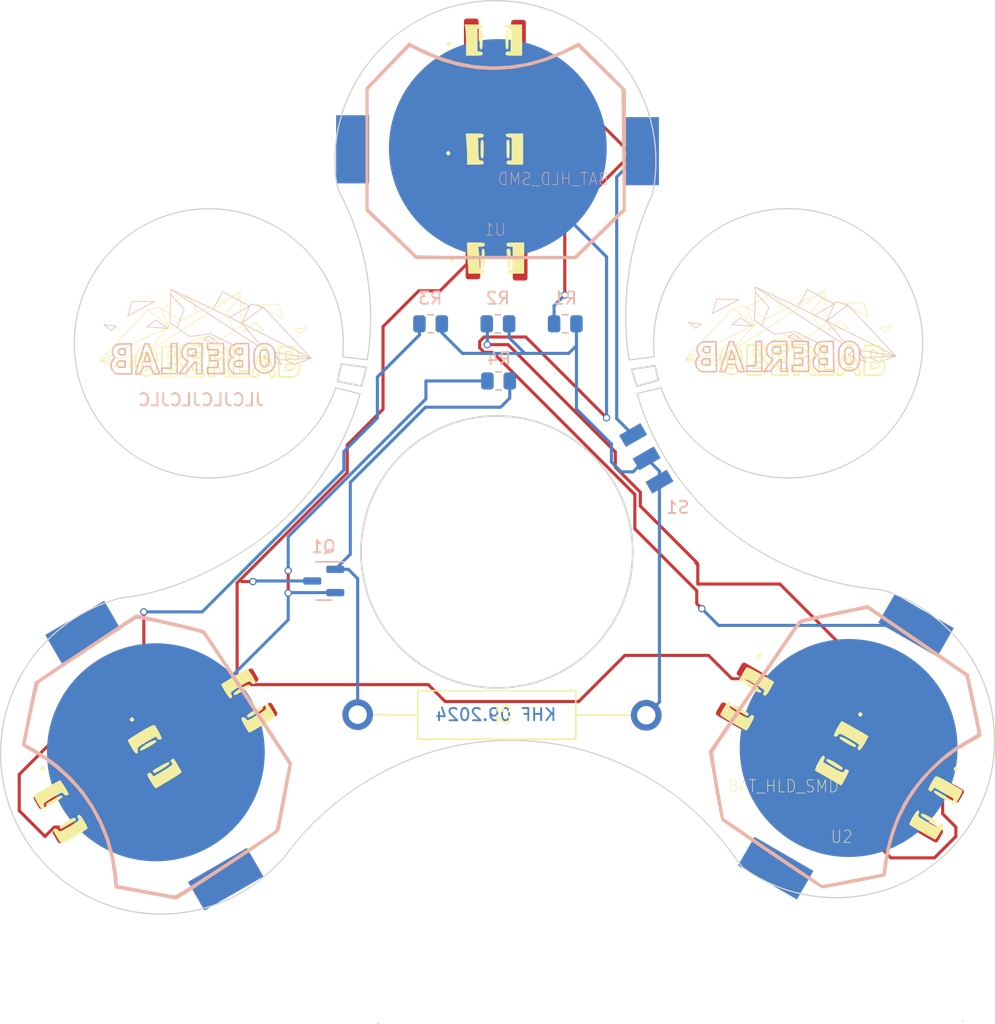
<source format=kicad_pcb>
(kicad_pcb (version 20221018) (generator pcbnew)
  (layers (0 "F.Cu" signal) (31 "B.Cu" signal) (34 "B.Paste" user) (35 "F.Paste" user) (36 "B.SilkS" user "B.Silkscreen") (37 "F.SilkS" user "F.Silkscreen") (38 "B.Mask" user) (39 "F.Mask" user) (44 "Edge.Cuts" user))
  (net 0 "")
  (net 1 "Net-(D1-K)")
  (net 2 "Net-(D1-A)")
  (net 3 "Net-(D2-K)")
  (net 4 "Net-(D3-K)")
  (net 5 "Net-(D4-K)")
  (net 6 "Net-(D4-A)")
  (net 7 "Net-(D5-K)")
  (net 8 "Net-(D7-K)")
  (net 9 "Net-(D7-A)")
  (net 10 "Net-(D8-K)")
  (net 11 "Net-(Q1-B)")
  (net 12 "Net-(Q1-E)")
  (net 13 "Net-(S1-E)")
  (net 14 "Net-(S1-A-Pad1)")
  (net 15 "Net-(U1-Pad2)")
  (footprint "!Goody:ob-logo_B.SilkS" (layer "F.Cu") (at 63.28 82.39)
    (fp_text reference "G***" hide)
    (fp_text value "LOGO" hide)
  )
  (footprint "!Goody:C_1812_4532Metric_60" (layer "F.Cu") (at 106.13 93.92)
    (fp_text reference "D6" hide)
    (fp_text value "LED" hide)
  )
  (footprint "!Goody:C_1812_4532Metric_300" (layer "F.Cu") (at 48.76 103.22)
    (fp_text reference "D7" hide)
    (fp_text value "LED" hide)
  )
  (footprint "!Goody:BAT-HLD-SMD-Blech FS_60" (layer "F.Cu") (at 109.48 99.57)
    (fp_text reference "U2")
    (fp_text value "BAT_HLD_SMD")
  )
  (footprint "!Goody:C_1812_4532Metric_0" (layer "F.Cu") (at 82.735 41.84)
    (fp_text reference "D1" hide)
    (fp_text value "LED" hide)
  )
  (footprint "LOGO" (layer "F.Cu") (at 83.2051 73.922)
    (fp_text reference "G***" hide)
    (fp_text value "LOGO" hide)
  )
  (footprint "!Goody:C_1812_4532Metric_60" (layer "F.Cu") (at 121.2 102.71)
    (fp_text reference "D4" hide)
    (fp_text value "LED" hide)
  )
  (footprint "!Goody:C_1812_4532Metric_300" (layer "F.Cu") (at 56.18 98.72)
    (fp_text reference "D8" hide)
    (fp_text value "LED" hide)
  )
  (footprint "!Goody:SW-200D" (layer "F.Cu") (at 81.56 96.2 -90)
    (fp_text reference "S2")
    (fp_text value "~")
  )
  (footprint "!Goody:BAT-HLD-SMD-Blech FS" (layer "F.Cu") (at 81.65 50.05)
    (fp_text reference "U1")
    (fp_text value "BAT_HLD_SMD")
  )
  (footprint "!Goody:C_1812_4532Metric_0" (layer "F.Cu") (at 82.76 50.8)
    (fp_text reference "D2" hide)
    (fp_text value "LED" hide)
  )
  (footprint "LOGO" (layer "F.Cu") (at 83.2051 73.922)
    (fp_text reference "G***" hide)
    (fp_text value "LOGO" hide)
  )
  (footprint "!Goody:C_1812_4532Metric_0" (layer "F.Cu") (at 82.87 59.6)
    (fp_text reference "D3" hide)
    (fp_text value "LED" hide)
  )
  (footprint "LOGO" (layer "F.Cu") (at 83.2051 73.922)
    (fp_text reference "G***" hide)
    (fp_text value "LOGO" hide)
  )
  (footprint "!Goody:C_1812_4532Metric_60" (layer "F.Cu") (at 113.75 98.27)
    (fp_text reference "D5" hide)
    (fp_text value "LED" hide)
  )
  (footprint "!Goody:ob-logo_B.SilkS" (layer "F.Cu") (at 111 82.21)
    (fp_text reference "G***" hide)
    (fp_text value "LOGO" hide)
  )
  (footprint "!Goody:ob-logo_F.SilkS" (layer "F.Cu") (at 105.46 66.3)
    (fp_text reference "G***" hide)
    (fp_text value "LOGO" hide)
  )
  (footprint "LOGO" (layer "F.Cu") (at 83.2051 73.922)
    (fp_text reference "G***" hide)
    (fp_text value "LOGO" hide)
  )
  (footprint "!Goody:BAT-HLD-SMD-Blech FS_300" (layer "F.Cu") (at 53.49 99.37)
    (fp_text reference "U3" hide)
    (fp_text value "BAT_HLD_SMD" hide)
  )
  (footprint "LOGO" (layer "F.Cu") (at 83.2051 73.922)
    (fp_text reference "G***" hide)
    (fp_text value "LOGO" hide)
  )
  (footprint "!Goody:ob-logo_F.SilkS" (layer "F.Cu") (at 57.71 66.43)
    (fp_text reference "G***" hide)
    (fp_text value "LOGO" hide)
  )
  (footprint "!Goody:C_1812_4532Metric_300" (layer "F.Cu") (at 63.62 94.4)
    (fp_text reference "D9" hide)
    (fp_text value "LED" hide)
  )
  (footprint "LOGO" (layer "F.Cu") (at 83.2051 73.922)
    (fp_text reference "G***" hide)
    (fp_text value "LOGO" hide)
  )
  (footprint "Resistor_SMD:R_0805_2012Metric" (layer "B.Cu") (at 76.1625 64.38 180)
    (fp_text reference "R3")
    (fp_text value "R")
  )
  (footprint "Resistor_SMD:R_0805_2012Metric" (layer "B.Cu") (at 81.71 69.04 180)
    (fp_text reference "R4")
    (fp_text value "R")
  )
  (footprint "Resistor_SMD:R_0805_2012Metric" (layer "B.Cu") (at 87.1525 64.38 180)
    (fp_text reference "R1")
    (fp_text value "R")
  )
  (footprint "Package_TO_SOT_SMD:SOT-23" (layer "B.Cu") (at 67.4425 85.35 180)
    (fp_text reference "Q1")
    (fp_text value "BC846")
  )
  (footprint "Resistor_SMD:R_0805_2012Metric" (layer "B.Cu") (at 81.6575 64.38 180)
    (fp_text reference "R2")
    (fp_text value "R")
  )
  (footprint "!Goody:Micro_SchalterKHF_FS" (layer "B.Cu") (at 93.79 75.35)
    (fp_text reference "S1")
    (fp_text value "Micro_Schalter")
  )
  (gr_line (start 94.3976 49.1288) (end 94.4809 49.7844) (stroke (width 0.1)) (layer "Edge.Cuts"))
  (gr_line (start 58.0221 84.5504) (end 58.6071 84.2512) (stroke (width 0.1)) (layer "Edge.Cuts"))
  (gr_line (start 87.1279 39.3156) (end 87.6928 39.6049) (stroke (width 0.1)) (layer "Edge.Cuts"))
  (gr_line (start 55.846 76.7269) (end 55.3149 76.6043) (stroke (width 0.1)) (layer "Edge.Cuts"))
  (gr_line (start 92.3012 60.4908) (end 92.2244 61.1301) (stroke (width 0.1)) (layer "Edge.Cuts"))
  (gr_line (start 113.1035 58.2047) (end 113.467 58.586) (stroke (width 0.1)) (layer "Edge.Cuts"))
  (gr_line (start 48.67 71.6646) (end 48.4057 71.2049) (stroke (width 0.1)) (layer "Edge.Cuts"))
  (gr_line (start 44.1801 90.9461) (end 44.5308 90.5499) (stroke (width 0.1)) (layer "Edge.Cuts"))
  (gr_line (start 94.4809 49.7844) (end 94.5315 50.4497) (stroke (width 0.1)) (layer "Edge.Cuts"))
  (gr_line (start 94.1957 73.2284) (end 94.563 73.9814) (stroke (width 0.1)) (layer "Edge.Cuts"))
  (gr_line (start 46.0843 89.1141) (end 46.5081 88.7948) (stroke (width 0.1)) (layer "Edge.Cuts"))
  (gr_line (start 69.0359 65.9723) (end 69.0201 66.5213) (stroke (width 0.1)) (layer "Edge.Cuts"))
  (gr_line (start 99.6489 56.5787) (end 100.1086 56.3144) (stroke (width 0.1)) (layer "Edge.Cuts"))
  (gr_line (start 44.5308 90.5499) (end 44.897 90.1681) (stroke (width 0.1)) (layer "Edge.Cuts"))
  (gr_line (start 43.8456 91.3562) (end 44.1801 90.9461) (stroke (width 0.1)) (layer "Edge.Cuts"))
  (gr_line (start 92.1647 61.7733) (end 92.1221 62.4202) (stroke (width 0.1)) (layer "Edge.Cuts"))
  (gr_line (start 81.7043 98.359) (end 80.6742 98.4276) (stroke (width 0.1)) (layer "Edge.Cuts"))
  (gr_line (start 99.2144 105.6566) (end 98.483 104.8911) (stroke (width 0.1)) (layer "Edge.Cuts"))
  (gr_line (start 93.5263 55.5572) (end 93.3139 56.1536) (stroke (width 0.1)) (layer "Edge.Cuts"))
  (gr_line (start 92.2244 61.1301) (end 92.1647 61.7733) (stroke (width 0.1)) (layer "Edge.Cuts"))
  (gr_line (start 118.7518 89.641) (end 119.0994 90.0294) (stroke (width 0.1)) (layer "Edge.Cuts"))
  (gr_line (start 42.6512 105.6601) (end 42.3619 105.0953) (stroke (width 0.1)) (layer "Edge.Cuts"))
  (gr_line (start 75.2042 39.6049) (end 75.7691 39.3156) (stroke (width 0.1)) (layer "Edge.Cuts"))
  (gr_line (start 48.9555 59.8346) (end 49.2616 59.4042) (stroke (width 0.1)) (layer "Edge.Cuts"))
  (gr_line (start 99.6565 80.5045) (end 100.2936 81.0424) (stroke (width 0.1)) (layer "Edge.Cuts"))
  (gr_line (start 92.9398 57.3653) (end 92.7781 57.98) (stroke (width 0.1)) (layer "Edge.Cuts"))
  (gr_line (start 112.324 57.4962) (end 112.7223 57.8412) (stroke (width 0.1)) (layer "Edge.Cuts"))
  (gr_line (start 102.0768 55.4829) (end 102.5977 55.335) (stroke (width 0.1)) (layer "Edge.Cuts"))
  (gr_line (start 86.8058 98.7268) (end 85.7974 98.5599) (stroke (width 0.1)) (layer "Edge.Cuts"))
  (gr_line (start 70.245 44.331) (end 70.5857 43.7994) (stroke (width 0.1)) (layer "Edge.Cuts"))
  (gr_line (start 102.1495 109.0727) (end 101.6499 108.729) (stroke (width 0.1)) (layer "Edge.Cuts"))
  (gr_line (start 70.9922 67.3047) (end 71.114 66.4386) (stroke (width 0.1)) (layer "Edge.Cuts"))
  (gr_line (start 114.444 72.1047) (end 114.1379 72.5351) (stroke (width 0.1)) (layer "Edge.Cuts"))
  (gr_line (start 62.6109 81.6913) (end 63.4231 81.0269) (stroke (width 0.1)) (layer "Edge.Cuts"))
  (gr_line (start 118.3884 89.2671) (end 118.7518 89.641) (stroke (width 0.1)) (layer "Edge.Cuts"))
  (gr_line (start 98.483 104.8911) (end 97.7213 104.1653) (stroke (width 0.1)) (layer "Edge.Cuts"))
  (gr_line (start 50.6773 74.0981) (end 50.2961 73.7346) (stroke (width 0.1)) (layer "Edge.Cuts"))
  (gr_line (start 47.2072 67.644) (end 47.1375 67.0947) (stroke (width 0.1)) (layer "Edge.Cuts"))
  (gr_line (start 99.2035 56.8643) (end 99.6489 56.5787) (stroke (width 0.1)) (layer "Edge.Cuts"))
  (gr_line (start 68.5318 74.7273) (end 68.9908 73.8361) (stroke (width 0.1)) (layer "Edge.Cuts"))
  (gr_line (start 114.7296 60.2747) (end 114.9939 60.7345) (stroke (width 0.1)) (layer "Edge.Cuts"))
  (gr_line (start 75.7691 39.3156) (end 76.3494 39.0532) (stroke (width 0.1)) (layer "Edge.Cuts"))
  (gr_line (start 110.5787 111.1123) (end 109.9217 111.1622) (stroke (width 0.1)) (layer "Edge.Cuts"))
  (gr_line (start 101.4862 76.2711) (end 101.0917 76.1181) (stroke (width 0.1)) (layer "Edge.Cuts"))
  (gr_line (start 96.8031 77.4873) (end 97.3273 78.1324) (stroke (width 0.1)) (layer "Edge.Cuts"))
  (gr_line (start 102.7141 76.6397) (end 102.2977 76.5323) (stroke (width 0.1)) (layer "Edge.Cuts"))
  (gr_line (start 119.4322 90.4315) (end 119.7482 90.8469) (stroke (width 0.1)) (layer "Edge.Cuts"))
  (gr_line (start 107.9583 111.1151) (end 107.3227 111.0368) (stroke (width 0.1)) (layer "Edge.Cuts"))
  (gr_line (start 120.5925 92.1686) (end 120.8384 92.6327) (stroke (width 0.1)) (layer "Edge.Cuts"))
  (gr_line (start 99.5961 75.3636) (end 99.2443 75.1408) (stroke (width 0.1)) (layer "Edge.Cuts"))
  (gr_line (start 118.0102 88.908) (end 118.3884 89.2671) (stroke (width 0.1)) (layer "Edge.Cuts"))
  (gr_line (start 57.4935 55.009) (end 58.0584 54.9948) (stroke (width 0.1)) (layer "Edge.Cuts"))
  (gr_line (start 92.1428 65.5473) (end 92.2314 66.4435) (stroke (width 0.1)) (layer "Edge.Cuts"))
  (gr_line (start 52.8258 56.3197) (end 53.2991 56.0772) (stroke (width 0.1)) (layer "Edge.Cuts"))
  (gr_line (start 58.0584 76.9498) (end 57.4935 76.9356) (stroke (width 0.1)) (layer "Edge.Cuts"))
  (gr_line (start 106.0794 84.4546) (end 106.879 84.7605) (stroke (width 0.1)) (layer "Edge.Cuts"))
  (gr_line (start 118.8318 106.9765) (end 118.4032 107.422) (stroke (width 0.1)) (layer "Edge.Cuts"))
  (gr_line (start 68.5146 52.9706) (end 68.4088 52.3898) (stroke (width 0.1)) (layer "Edge.Cuts"))
  (gr_line (start 42.0996 104.515) (end 41.865 103.9201) (stroke (width 0.1)) (layer "Edge.Cuts"))
  (gr_line (start 116.3045 66.5319) (end 116.2621 67.0895) (stroke (width 0.1)) (layer "Edge.Cuts"))
  (gr_line (start 98.3585 57.4962) (end 98.7731 57.1703) (stroke (width 0.1)) (layer "Edge.Cuts"))
  (gr_line (start 69.1433 46.6196) (end 69.3779 46.0247) (stroke (width 0.1)) (layer "Edge.Cuts"))
  (gr_line (start 116.7906 87.9244) (end 117.2113 88.2361) (stroke (width 0.1)) (layer "Edge.Cuts"))
  (gr_line (start 68.9826 67.0729) (end 70.9922 67.3047) (stroke (width 0.1)) (layer "Edge.Cuts"))
  (gr_line (start 100.1086 56.3144) (end 100.5819 56.072) (stroke (width 0.1)) (layer "Edge.Cuts"))
  (gr_line (start 71.114 66.4386) (end 71.2004 65.5683) (stroke (width 0.1)) (layer "Edge.Cuts"))
  (gr_line (start 103.776 83.37) (end 104.5273 83.7588) (stroke (width 0.1)) (layer "Edge.Cuts"))
  (gr_line (start 46.3322 109.913) (end 45.8373 109.525) (stroke (width 0.1)) (layer "Edge.Cuts"))
  (gr_line (start 109.2561 111.1788) (end 108.6029 111.1631) (stroke (width 0.1)) (layer "Edge.Cuts"))
  (gr_line (start 47.4263 63.2288) (end 47.5743 62.7079) (stroke (width 0.1)) (layer "Edge.Cuts"))
  (gr_line (start 91.1454 42.3156) (end 91.5571 42.791) (stroke (width 0.1)) (layer "Edge.Cuts"))
  (gr_line (start 47.1375 64.8499) (end 47.2072 64.3005) (stroke (width 0.1)) (layer "Edge.Cuts"))
  (gr_line (start 97.7213 104.1653) (end 96.9309 103.4798) (stroke (width 0.1)) (layer "Edge.Cuts"))
  (gr_line (start 47.4263 68.7158) (end 47.3038 68.1847) (stroke (width 0.1)) (layer "Edge.Cuts"))
  (gr_line (start 60.8019 55.3402) (end 61.3228 55.4882) (stroke (width 0.1)) (layer "Edge.Cuts"))
  (gr_line (start 64.1976 80.3321) (end 64.9341 79.6083) (stroke (width 0.1)) (layer "Edge.Cuts"))
  (gr_line (start 120.3289 91.716) (end 120.5925 92.1686) (stroke (width 0.1)) (layer "Edge.Cuts"))
  (gr_line (start 83.4435 38.1747) (end 84.0886 38.2899) (stroke (width 0.1)) (layer "Edge.Cuts"))
  (gr_line (start 51.0756 74.4431) (end 50.6773 74.0981) (stroke (width 0.1)) (layer "Edge.Cuts"))
  (gr_line (start 122.1924 98.3524) (end 122.1756 99.0125) (stroke (width 0.1)) (layer "Edge.Cuts"))
  (gr_line (start 50.3319 86.8881) (end 50.8568 86.738) (stroke (width 0.1)) (layer "Edge.Cuts"))
  (gr_line (start 106.0826 110.7901) (end 105.4796 110.6236) (stroke (width 0.1)) (layer "Edge.Cuts"))
  (gr_line (start 121.1761 103.3451) (end 120.9164 103.9133) (stroke (width 0.1)) (layer "Edge.Cuts"))
  (gr_line (start 61.2279 110.455) (end 60.6595 110.798) (stroke (width 0.1)) (layer "Edge.Cuts"))
  (gr_line (start 115.4562 70.24) (end 115.2363 70.7263) (stroke (width 0.1)) (layer "Edge.Cuts"))
  (gr_line (start 59.472 111.398) (end 58.8545 111.653) (stroke (width 0.1)) (layer "Edge.Cuts"))
  (gr_line (start 64.9341 79.6083) (end 65.6321 78.8567) (stroke (width 0.1)) (layer "Edge.Cuts"))
  (gr_line (start 85.9527 38.8187) (end 86.5476 39.0532) (stroke (width 0.1)) (layer "Edge.Cuts"))
  (gr_line (start 70.53 69.46) (end 68.57 69.08) (stroke (width 0.15)) (layer "Edge.Cuts"))
  (gr_line (start 67.4917 76.4482) (end 68.0319 75.5984) (stroke (width 0.1)) (layer "Edge.Cuts"))
  (gr_line (start 47.0951 66.5372) (end 47.0809 65.9723) (stroke (width 0.1)) (layer "Edge.Cuts"))
  (gr_line (start 49.6659 111.721) (end 49.071 111.486) (stroke (width 0.1)) (layer "Edge.Cuts"))
  (gr_line (start 60.2624 76.7369) (end 59.8331 76.8126) (stroke (width 0.1)) (layer "Edge.Cuts"))
  (gr_line (start 93.7536 46.6196) (end 93.9596 47.2283) (stroke (width 0.1)) (layer "Edge.Cuts"))
  (gr_line (start 78.1746 38.4362) (end 78.8084 38.2899) (stroke (width 0.1)) (layer "Edge.Cuts"))
  (gr_line (start 44.897 90.1681) (end 45.2783 89.8012) (stroke (width 0.1)) (layer "Edge.Cuts"))
  (gr_line (start 56.2352 85.3558) (end 56.8354 85.1036) (stroke (width 0.1)) (layer "Edge.Cuts"))
  (gr_line (start 68.813 63.7599) (end 68.9095 64.3005) (stroke (width 0.1)) (layer "Edge.Cuts"))
  (gr_line (start 41.1378 100.7553) (end 41.0872 100.09) (stroke (width 0.1)) (layer "Edge.Cuts"))
  (gr_line (start 95.2705 102.2314) (end 94.4037 101.6694) (stroke (width 0.1)) (layer "Edge.Cuts"))
  (gr_line (start 102.2977 76.5323) (end 101.8883 76.4092) (stroke (width 0.1)) (layer "Edge.Cuts"))
  (gr_line (start 120.9164 103.9133) (end 120.631 104.4663) (stroke (width 0.1)) (layer "Edge.Cuts"))
  (gr_line (start 57.5767 112.068) (end 56.9179 112.227) (stroke (width 0.1)) (layer "Edge.Cuts"))
  (gr_line (start 70.973 60.3164) (end 70.8103 59.446) (stroke (width 0.1)) (layer "Edge.Cuts"))
  (gr_line (start 101.6499 108.729) (end 101.2101 108.1876) (stroke (width 0.1)) (layer "Edge.Cuts"))
  (gr_line (start 109.1157 76.2785) (end 108.6056 76.4511) (stroke (width 0.1)) (layer "Edge.Cuts"))
  (gr_line (start 64.4975 74.9101) (end 64.1553 75.146) (stroke (width 0.1)) (layer "Edge.Cuts"))
  (gr_line (start 116.2621 64.8447) (end 116.3045 65.4021) (stroke (width 0.1)) (layer "Edge.Cuts"))
  (gr_line (start 47.5743 69.2367) (end 47.4263 68.7158) (stroke (width 0.1)) (layer "Edge.Cuts"))
  (gr_line (start 64.6265 57.1755) (end 65.0411 57.5015) (stroke (width 0.1)) (layer "Edge.Cuts"))
  (gr_line (start 95.4461 61.2078) (end 95.6885 60.7345) (stroke (width 0.1)) (layer "Edge.Cuts"))
  (gr_line (start 69.0813 54.3477) (end 68.6672 53.5286) (stroke (width 0.1)) (layer "Edge.Cuts"))
  (gr_line (start 120.32 105.0034) (end 119.9832 105.5238) (stroke (width 0.1)) (layer "Edge.Cuts"))
  (gr_line (start 102.3263 82.5138) (end 103.0421 82.9548) (stroke (width 0.1)) (layer "Edge.Cuts"))
  (gr_line (start 114.1379 59.3989) (end 114.444 59.8293) (stroke (width 0.1)) (layer "Edge.Cuts"))
  (gr_line (start 61.8329 55.6608) (end 62.3314 55.8573) (stroke (width 0.1)) (layer "Edge.Cuts"))
  (gr_line (start 67.9376 70.7863) (end 67.7477 71.1655) (stroke (width 0.1)) (layer "Edge.Cuts"))
  (gr_line (start 53.8046 86.1813) (end 54.4153 86.0042) (stroke (width 0.1)) (layer "Edge.Cuts"))
  (gr_line (start 61.1018 76.5375) (end 60.6855 76.645) (stroke (width 0.1)) (layer "Edge.Cuts"))
  (gr_line (start 111.4789 75.0699) (end 111.0335 75.3554) (stroke (width 0.1)) (layer "Edge.Cuts"))
  (gr_line (start 41.0701 99.4159) (end 41.0822 98.849) (stroke (width 0.1)) (layer "Edge.Cuts"))
  (gr_line (start 41.0872 100.09) (end 41.0701 99.4159) (stroke (width 0.1)) (layer "Edge.Cuts"))
  (gr_line (start 115.4562 61.694) (end 115.6527 62.1926) (stroke (width 0.1)) (layer "Edge.Cuts"))
  (gr_line (start 43.2265 92.2163) (end 43.5275 91.7797) (stroke (width 0.1)) (layer "Edge.Cuts"))
  (gr_line (start 49.5876 72.9551) (end 49.2616 72.5404) (stroke (width 0.1)) (layer "Edge.Cuts"))
  (gr_line (start 116.1924 64.2953) (end 116.2621 64.8447) (stroke (width 0.1)) (layer "Edge.Cuts"))
  (gr_line (start 58.8545 111.653) (end 58.2225 111.876) (stroke (width 0.1)) (layer "Edge.Cuts"))
  (gr_line (start 104.4431 76.9096) (end 104.002 76.8667) (stroke (width 0.1)) (layer "Edge.Cuts"))
  (gr_line (start 63.291 56.3197) (end 63.7507 56.5839) (stroke (width 0.1)) (layer "Edge.Cuts"))
  (gr_line (start 112.4891 110.7755) (end 111.8632 110.9184) (stroke (width 0.1)) (layer "Edge.Cuts"))
  (gr_line (start 95.9528 60.2747) (end 96.2384 59.8293) (stroke (width 0.1)) (layer "Edge.Cuts"))
  (gr_line (start 112.8545 86.0569) (end 113.5171 86.2383) (stroke (width 0.1)) (layer "Edge.Cuts"))
  (gr_line (start 76.575 99.1914) (end 75.5637 99.5069) (stroke (width 0.1)) (layer "Edge.Cuts"))
  (gr_line (start 121.4606 94.0886) (end 121.6284 94.5935) (stroke (width 0.1)) (layer "Edge.Cuts"))
  (gr_line (start 120.631 104.4663) (end 120.32 105.0034) (stroke (width 0.1)) (layer "Edge.Cuts"))
  (gr_line (start 114.1379 72.5351) (end 113.812 72.9499) (stroke (width 0.1)) (layer "Edge.Cuts"))
  (gr_line (start 56.9359 76.8932) (end 56.3866 76.8234) (stroke (width 0.1)) (layer "Edge.Cuts"))
  (gr_line (start 65.4395 57.8464) (end 65.8207 58.21) (stroke (width 0.1)) (layer "Edge.Cuts"))
  (gr_line (start 114.9939 71.1996) (end 114.7296 71.6593) (stroke (width 0.1)) (layer "Edge.Cuts"))
  (gr_circle (center 81.57 82.982232) (end 88.38 91.732232) (stroke (width 0.15)) (fill none) (layer "Edge.Cuts"))
  (gr_line (start 122.0857 96.6982) (end 122.1449 97.2432) (stroke (width 0.1)) (layer "Edge.Cuts"))
  (gr_line (start 96.8704 58.9842) (end 97.2153 58.586) (stroke (width 0.1)) (layer "Edge.Cuts"))
  (gr_line (start 79.4535 38.1747) (end 80.1091 38.0914) (stroke (width 0.1)) (layer "Edge.Cuts"))
  (gr_line (start 43.6726 107.254) (end 43.3074 106.7402) (stroke (width 0.1)) (layer "Edge.Cuts"))
  (gr_line (start 88.7931 99.1972) (end 87.8048 98.9393) (stroke (width 0.1)) (layer "Edge.Cuts"))
  (gr_line (start 66.9863 104.7082) (end 66.5371 105.1464) (stroke (width 0.1)) (layer "Edge.Cuts"))
  (gr_line (start 54.794 76.4564) (end 54.2839 76.2838) (stroke (width 0.1)) (layer "Edge.Cuts"))
  (gr_line (start 74.1241 40.261) (end 74.6556 39.9203) (stroke (width 0.1)) (layer "Edge.Cuts"))
  (gr_line (start 111.9648 85.9665) (end 112.8545 86.0569) (stroke (width 0.1)) (layer "Edge.Cuts"))
  (gr_line (start 58.5099 76.9408) (end 58.0584 76.9498) (stroke (width 0.1)) (layer "Edge.Cuts"))
  (gr_line (start 90.7305 99.8468) (end 89.7688 99.4998) (stroke (width 0.1)) (layer "Edge.Cuts"))
  (gr_line (start 62.8215 109.264) (end 62.3097 109.687) (stroke (width 0.1)) (layer "Edge.Cuts"))
  (gr_line (start 42.3619 105.0953) (end 42.0996 104.515) (stroke (width 0.1)) (layer "Edge.Cuts"))
  (gr_line (start 107.6934 85.0374) (end 108.522 85.2847) (stroke (width 0.1)) (layer "Edge.Cuts"))
  (gr_line (start 95.8289 76.1393) (end 96.3034 76.8228) (stroke (width 0.1)) (layer "Edge.Cuts"))
  (gr_line (start 48.67 60.28) (end 48.9555 59.8346) (stroke (width 0.1)) (layer "Edge.Cuts"))
  (gr_line (start 114.7296 71.6593) (end 114.444 72.1047) (stroke (width 0.1)) (layer "Edge.Cuts"))
  (gr_line (start 53.7854 76.0873) (end 53.2991 75.8674) (stroke (width 0.1)) (layer "Edge.Cuts"))
  (gr_line (start 41.9938 94.5762) (end 42.2024 94.0822) (stroke (width 0.1)) (layer "Edge.Cuts"))
  (gr_line (start 68.1734 61.6993) (end 68.3699 62.1978) (stroke (width 0.1)) (layer "Edge.Cuts"))
  (gr_line (start 117.2113 88.2361) (end 117.6172 88.5642) (stroke (width 0.1)) (layer "Edge.Cuts"))
  (gr_line (start 70.6119 58.5797) (end 70.3777 57.7186) (stroke (width 0.1)) (layer "Edge.Cuts"))
  (gr_line (start 94.4556 52.6866) (end 94.3836 53.1999) (stroke (width 0.1)) (layer "Edge.Cuts"))
  (gr_line (start 67.7477 71.1655) (end 67.5442 71.5355) (stroke (width 0.1)) (layer "Edge.Cuts"))
  (gr_line (start 44.907 108.679) (end 44.4733 108.224) (stroke (width 0.1)) (layer "Edge.Cuts"))
  (gr_line (start 93.2567 45.4444) (end 93.5191 46.0247) (stroke (width 0.1)) (layer "Edge.Cuts"))
  (gr_line (start 94.2824 48.4837) (end 94.3976 49.1288) (stroke (width 0.1)) (layer "Edge.Cuts"))
  (gr_line (start 115.6527 62.1926) (end 115.8253 62.7026) (stroke (width 0.1)) (layer "Edge.Cuts"))
  (gr_line (start 51.5301 112.25) (end 50.8963 112.104) (stroke (width 0.1)) (layer "Edge.Cuts"))
  (gr_line (start 71.2513 64.6948) (end 71.2668 63.8191) (stroke (width 0.1)) (layer "Edge.Cuts"))
  (gr_line (start 94.2648 53.8097) (end 94.0017 54.385) (stroke (width 0.1)) (layer "Edge.Cuts"))
  (gr_line (start 113.1035 73.7294) (end 112.7223 74.0929) (stroke (width 0.1)) (layer "Edge.Cuts"))
  (gr_line (start 115.9127 87.3516) (end 116.3581 87.6294) (stroke (width 0.1)) (layer "Edge.Cuts"))
  (gr_line (start 69.8014 56.0164) (end 69.4594 55.1774) (stroke (width 0.1)) (layer "Edge.Cuts"))
  (gr_line (start 97.5789 58.2047) (end 97.9601 57.8412) (stroke (width 0.1)) (layer "Edge.Cuts"))
  (gr_line (start 69.4085 72.9261) (end 69.7846 71.9985) (stroke (width 0.1)) (layer "Edge.Cuts"))
  (gr_line (start 54.8723 112.497) (end 54.1702 112.516) (stroke (width 0.1)) (layer "Edge.Cuts"))
  (gr_line (start 42.2024 94.0822) (end 42.4305 93.5987) (stroke (width 0.1)) (layer "Edge.Cuts"))
  (gr_line (start 69.0201 66.5213) (end 68.9826 67.0729) (stroke (width 0.1)) (layer "Edge.Cuts"))
  (gr_line (start 66.8551 72.587) (end 66.6004 72.917) (stroke (width 0.1)) (layer "Edge.Cuts"))
  (gr_line (start 48.1632 70.7316) (end 47.9434 70.2453) (stroke (width 0.1)) (layer "Edge.Cuts"))
  (gr_line (start 65.2781 106.5218) (end 64.8891 106.9994) (stroke (width 0.1)) (layer "Edge.Cuts"))
  (gr_line (start 95.6519 71.1602) (end 95.462 70.781) (stroke (width 0.1)) (layer "Edge.Cuts"))
  (gr_line (start 91.6764 100.2378) (end 90.7305 99.8468) (stroke (width 0.1)) (layer "Edge.Cuts"))
  (gr_line (start 97.2153 58.586) (end 97.5789 58.2047) (stroke (width 0.1)) (layer "Edge.Cuts"))
  (gr_line (start 93.5191 46.0247) (end 93.7536 46.6196) (stroke (width 0.1)) (layer "Edge.Cuts"))
  (gr_line (start 103.1372 76.7316) (end 102.7141 76.6397) (stroke (width 0.1)) (layer "Edge.Cuts"))
  (gr_line (start 41.6591 103.3114) (end 41.4825 102.6898) (stroke (width 0.1)) (layer "Edge.Cuts"))
  (gr_line (start 94.563 73.9814) (end 94.958 74.7179) (stroke (width 0.1)) (layer "Edge.Cuts"))
  (gr_line (start 97.066 73.231) (end 96.7992 72.9117) (stroke (width 0.1)) (layer "Edge.Cuts"))
  (gr_line (start 68.4088 52.3898) (end 68.3636 51.7607) (stroke (width 0.1)) (layer "Edge.Cuts"))
  (gr_line (start 50.8568 86.738) (end 51.3603 86.6707) (stroke (width 0.1)) (layer "Edge.Cuts"))
  (gr_line (start 63.3127 108.816) (end 62.8215 109.264) (stroke (width 0.1)) (layer "Edge.Cuts"))
  (gr_line (start 59.1857 83.938) (end 59.757 83.6119) (stroke (width 0.1)) (layer "Edge.Cuts"))
  (gr_line (start 66.3335 73.2363) (end 66.055 73.5445) (stroke (width 0.1)) (layer "Edge.Cuts"))
  (gr_line (start 67.9266 103.864) (end 67.4495 104.2806) (stroke (width 0.1)) (layer "Edge.Cuts"))
  (gr_line (start 47.9434 61.6993) (end 48.1632 61.213) (stroke (width 0.1)) (layer "Edge.Cuts"))
  (gr_line (start 56.9359 55.0514) (end 57.4935 55.009) (stroke (width 0.1)) (layer "Edge.Cuts"))
  (gr_line (start 68.2752 70.0012) (end 68.1135 70.398) (stroke (width 0.1)) (layer "Edge.Cuts"))
  (gr_line (start 94.5486 51.1238) (end 94.5382 51.649) (stroke (width 0.1)) (layer "Edge.Cuts"))
  (gr_line (start 48.4908 111.224) (end 47.9259 110.935) (stroke (width 0.1)) (layer "Edge.Cuts"))
  (gr_line (start 41.3632 96.6479) (end 41.4893 96.1166) (stroke (width 0.1)) (layer "Edge.Cuts"))
  (gr_line (start 108.6056 55.4829) (end 109.1157 55.6555) (stroke (width 0.1)) (layer "Edge.Cuts"))
  (gr_line (start 54.2839 76.2838) (end 53.7854 76.0873) (stroke (width 0.1)) (layer "Edge.Cuts"))
  (gr_line (start 114.444 59.8293) (end 114.7296 60.2747) (stroke (width 0.1)) (layer "Edge.Cuts"))
  (gr_line (start 95.462 70.781) (end 95.2861 70.3928) (stroke (width 0.1)) (layer "Edge.Cuts"))
  (gr_line (start 73.1156 41.0152) (end 73.6105 40.6263) (stroke (width 0.1)) (layer "Edge.Cuts"))
  (gr_line (start 109.6142 76.082) (end 109.1157 76.2785) (stroke (width 0.1)) (layer "Edge.Cuts"))
  (gr_line (start 52.8258 75.6249) (end 52.3661 75.3607) (stroke (width 0.1)) (layer "Edge.Cuts"))
  (gr_line (start 94.3779 65.4021) (end 94.4203 64.8447) (stroke (width 0.1)) (layer "Edge.Cuts"))
  (gr_line (start 96.2384 59.8293) (end 96.5444 59.3989) (stroke (width 0.1)) (layer "Edge.Cuts"))
  (gr_line (start 64.1961 56.8695) (end 64.6265 57.1755) (stroke (width 0.1)) (layer "Edge.Cuts"))
  (gr_line (start 104.2188 55.0461) (end 104.7763 55.0037) (stroke (width 0.1)) (layer "Edge.Cuts"))
  (gr_line (start 52.3661 56.5839) (end 52.8258 56.3197) (stroke (width 0.1)) (layer "Edge.Cuts"))
  (gr_line (start 119.9832 105.5238) (end 119.6228 106.0267) (stroke (width 0.1)) (layer "Edge.Cuts"))
  (gr_line (start 67.1612 59.8346) (end 67.4468 60.28) (stroke (width 0.1)) (layer "Edge.Cuts"))
  (gr_line (start 97.9356 74.1215) (end 97.6346 73.8362) (stroke (width 0.1)) (layer "Edge.Cuts"))
  (gr_line (start 64.5159 107.4862) (end 64.1591 107.9817) (stroke (width 0.1)) (layer "Edge.Cuts"))
  (gr_line (start 113.467 58.586) (end 113.812 58.9842) (stroke (width 0.1)) (layer "Edge.Cuts"))
  (gr_line (start 70.3777 57.7186) (end 70.1075 56.8639) (stroke (width 0.1)) (layer "Edge.Cuts"))
  (gr_line (start 56.8354 85.1036) (end 57.4313 84.8348) (stroke (width 0.1)) (layer "Edge.Cuts"))
  (gr_line (start 66.5371 105.1464) (end 66.1025 105.5949) (stroke (width 0.1)) (layer "Edge.Cuts"))
  (gr_line (start 92.3113 43.7994) (end 92.652 44.331) (stroke (width 0.1)) (layer "Edge.Cuts"))
  (gr_line (start 94.1361 47.8499) (end 94.2824 48.4837) (stroke (width 0.1)) (layer "Edge.Cuts"))
  (gr_line (start 47.5743 62.7079) (end 47.7469 62.1978) (stroke (width 0.1)) (layer "Edge.Cuts"))
  (gr_line (start 92.2967 66.885) (end 92.3782 67.321) (stroke (width 0.1)) (layer "Edge.Cuts"))
  (gr_line (start 61.5113 76.4145) (end 61.1018 76.5375) (stroke (width 0.1)) (layer "Edge.Cuts"))
  (gr_line (start 68.9374 47.2283) (end 69.1433 46.6196) (stroke (width 0.1)) (layer "Edge.Cuts"))
  (gr_line (start 114.5075 86.6266) (end 114.9865 86.8497) (stroke (width 0.1)) (layer "Edge.Cuts"))
  (gr_line (start 60.8754 82.9242) (end 61.7616 82.3242) (stroke (width 0.1)) (layer "Edge.Cuts"))
  (gr_line (start 115.4555 87.0915) (end 115.9127 87.3516) (stroke (width 0.1)) (layer "Edge.Cuts"))
  (gr_line (start 110.219 85.6884) (end 111.0861 85.8435) (stroke (width 0.1)) (layer "Edge.Cuts"))
  (gr_line (start 101.8883 76.4092) (end 101.4862 76.2711) (stroke (width 0.1)) (layer "Edge.Cuts"))
  (gr_line (start 94.4037 101.6694) (end 93.5146 101.1495) (stroke (width 0.1)) (layer "Edge.Cuts"))
  (gr_line (start 53.7854 55.8573) (end 54.2839 55.6608) (stroke (width 0.1)) (layer "Edge.Cuts"))
  (gr_line (start 53.4961 112.499) (end 52.8308 112.448) (stroke (width 0.1)) (layer "Edge.Cuts"))
  (gr_line (start 82.7879 38.0914) (end 83.4435 38.1747) (stroke (width 0.1)) (layer "Edge.Cuts"))
  (gr_line (start 88.2413 39.9203) (end 88.7729 40.261) (stroke (width 0.1)) (layer "Edge.Cuts"))
  (gr_line (start 63.7507 56.5839) (end 64.1961 56.8695) (stroke (width 0.1)) (layer "Edge.Cuts"))
  (gr_line (start 115.6527 69.7415) (end 115.4562 70.24) (stroke (width 0.1)) (layer "Edge.Cuts"))
  (gr_line (start 102.6662 109.3929) (end 102.1495 109.0727) (stroke (width 0.1)) (layer "Edge.Cuts"))
  (gr_line (start 48.4057 60.7397) (end 48.67 60.28) (stroke (width 0.1)) (layer "Edge.Cuts"))
  (gr_line (start 94.417 67.0677) (end 94.3795 66.516) (stroke (width 0.1)) (layer "Edge.Cuts"))
  (gr_line (start 52.8308 112.448) (end 52.1752 112.365) (stroke (width 0.1)) (layer "Edge.Cuts"))
  (gr_line (start 93.9596 47.2283) (end 94.1361 47.8499) (stroke (width 0.1)) (layer "Edge.Cuts"))
  (gr_line (start 76.9442 38.8187) (end 77.5529 38.6127) (stroke (width 0.1)) (layer "Edge.Cuts"))
  (gr_line (start 99.0406 79.9439) (end 99.6565 80.5045) (stroke (width 0.1)) (layer "Edge.Cuts"))
  (gr_line (start 89.7813 41.0152) (end 90.2567 41.4269) (stroke (width 0.1)) (layer "Edge.Cuts"))
  (gr_line (start 96.5444 72.5818) (end 96.3019 72.2413) (stroke (width 0.1)) (layer "Edge.Cuts"))
  (gr_line (start 58.6233 55.009) (end 59.1807 55.0514) (stroke (width 0.1)) (layer "Edge.Cuts"))
  (gr_line (start 52.3661 75.3607) (end 51.9207 75.0752) (stroke (width 0.1)) (layer "Edge.Cuts"))
  (gr_line (start 66.8551 59.4042) (end 67.1612 59.8346) (stroke (width 0.1)) (layer "Edge.Cuts"))
  (gr_line (start 43.3074 106.7402) (end 42.9667 106.2087) (stroke (width 0.1)) (layer "Edge.Cuts"))
  (gr_line (start 103.0421 82.9548) (end 103.776 83.37) (stroke (width 0.1)) (layer "Edge.Cuts"))
  (gr_line (start 121.6106 102.1666) (end 121.4072 102.7626) (stroke (width 0.1)) (layer "Edge.Cuts"))
  (gr_line (start 45.6743 89.4497) (end 46.0843 89.1141) (stroke (width 0.1)) (layer "Edge.Cuts"))
  (gr_line (start 69.9295 44.8795) (end 70.245 44.331) (stroke (width 0.1)) (layer "Edge.Cuts"))
  (gr_line (start 45.8373 109.525) (end 45.362 109.113) (stroke (width 0.1)) (layer "Edge.Cuts"))
  (gr_line (start 107.0129 55.1159) (end 107.5536 55.2124) (stroke (width 0.1)) (layer "Edge.Cuts"))
  (gr_line (start 70.5055 101.9564) (end 69.9651 102.3135) (stroke (width 0.1)) (layer "Edge.Cuts"))
  (gr_line (start 94.0017 54.385) (end 93.7556 54.9676) (stroke (width 0.1)) (layer "Edge.Cuts"))
  (gr_line (start 41.4893 96.1166) (end 41.6367 95.5939) (stroke (width 0.1)) (layer "Edge.Cuts"))
  (gr_line (start 80.1091 38.0914) (end 80.7744 38.0408) (stroke (width 0.1)) (layer "Edge.Cuts"))
  (gr_line (start 114.865 109.9138) (end 114.2913 110.1713) (stroke (width 0.1)) (layer "Edge.Cuts"))
  (gr_line (start 47.9434 70.2453) (end 47.7469 69.7468) (stroke (width 0.1)) (layer "Edge.Cuts"))
  (gr_line (start 66.5292 58.9895) (end 66.8551 59.4042) (stroke (width 0.1)) (layer "Edge.Cuts"))
  (gr_line (start 85.344 38.6127) (end 85.9527 38.8187) (stroke (width 0.1)) (layer "Edge.Cuts"))
  (gr_line (start 60.2708 55.2177) (end 60.8019 55.3402) (stroke (width 0.1)) (layer "Edge.Cuts"))
  (gr_line (start 80.6742 98.4276) (end 79.6446 98.5447) (stroke (width 0.1)) (layer "Edge.Cuts"))
  (gr_line (start 41.2211 101.4109) (end 41.1378 100.7553) (stroke (width 0.1)) (layer "Edge.Cuts"))
  (gr_line (start 116.0958 63.7546) (end 116.1924 64.2953) (stroke (width 0.1)) (layer "Edge.Cuts"))
  (gr_line (start 108.6029 111.1631) (end 107.9583 111.1151) (stroke (width 0.1)) (layer "Edge.Cuts"))
  (gr_line (start 49.9325 58.5912) (end 50.2961 58.21) (stroke (width 0.1)) (layer "Edge.Cuts"))
  (gr_line (start 108.0847 76.5991) (end 107.5536 76.7216) (stroke (width 0.1)) (layer "Edge.Cuts"))
  (gr_line (start 119.0994 90.0294) (end 119.4322 90.4315) (stroke (width 0.1)) (layer "Edge.Cuts"))
  (gr_line (start 68.9793 64.8499) (end 69.0217 65.4074) (stroke (width 0.1)) (layer "Edge.Cuts"))
  (gr_line (start 47.2072 64.3005) (end 47.3038 63.7599) (stroke (width 0.1)) (layer "Edge.Cuts"))
  (gr_line (start 47.3038 68.1847) (end 47.2072 67.644) (stroke (width 0.1)) (layer "Edge.Cuts"))
  (gr_line (start 92.0994 64.6387) (end 92.1428 65.5473) (stroke (width 0.1)) (layer "Edge.Cuts"))
  (gr_line (start 68.5805 53.2492) (end 68.5146 52.9706) (stroke (width 0.1)) (layer "Edge.Cuts"))
  (gr_line (start 101.0917 76.1181) (end 100.7051 75.9507) (stroke (width 0.1)) (layer "Edge.Cuts"))
  (gr_line (start 61.3228 55.4882) (end 61.8329 55.6608) (stroke (width 0.1)) (layer "Edge.Cuts"))
  (gr_line (start 119.6228 106.0267) (end 119.2387 106.5114) (stroke (width 0.1)) (layer "Edge.Cuts"))
  (gr_line (start 63.0729 75.7741) (end 62.6945 75.9559) (stroke (width 0.1)) (layer "Edge.Cuts"))
  (gr_line (start 68.9205 103.065) (end 68.417 103.4587) (stroke (width 0.1)) (layer "Edge.Cuts"))
  (gr_line (start 110.5738 75.6197) (end 110.1005 75.8622) (stroke (width 0.1)) (layer "Edge.Cuts"))
  (gr_line (start 67.5442 71.5355) (end 67.3274 71.8959) (stroke (width 0.1)) (layer "Edge.Cuts"))
  (gr_line (start 119.2387 106.5114) (end 118.8318 106.9765) (stroke (width 0.1)) (layer "Edge.Cuts"))
  (gr_line (start 64.8299 74.6614) (end 64.4975 74.9101) (stroke (width 0.1)) (layer "Edge.Cuts"))
  (gr_line (start 116.3187 65.967) (end 116.3045 66.5319) (stroke (width 0.1)) (layer "Edge.Cuts"))
  (gr_line (start 115.8253 69.2315) (end 115.6527 69.7415) (stroke (width 0.1)) (layer "Edge.Cuts"))
  (gr_line (start 111.0335 56.5787) (end 111.4789 56.8643) (stroke (width 0.1)) (layer "Edge.Cuts"))
  (gr_line (start 94.5866 63.7546) (end 94.7092 63.2235) (stroke (width 0.1)) (layer "Edge.Cuts"))
  (gr_line (start 97.8754 78.7572) (end 98.4467 79.3613) (stroke (width 0.1)) (layer "Edge.Cuts"))
  (gr_line (start 47.9259 110.935) (end 47.3773 110.619) (stroke (width 0.1)) (layer "Edge.Cuts"))
  (gr_line (start 113.5171 86.2383) (end 113.5171 86.2383) (stroke (width 0.1)) (layer "Edge.Cuts"))
  (gr_line (start 98.4467 79.3613) (end 99.0406 79.9439) (stroke (width 0.1)) (layer "Edge.Cuts"))
  (gr_line (start 105.3412 76.9445) (end 104.8896 76.9355) (stroke (width 0.1)) (layer "Edge.Cuts"))
  (gr_line (start 93.5146 101.1495) (end 92.605 100.6721) (stroke (width 0.1)) (layer "Edge.Cuts"))
  (gr_line (start 113.812 72.9499) (end 113.467 73.3481) (stroke (width 0.1)) (layer "Edge.Cuts"))
  (gr_line (start 62.3079 76.1234) (end 61.9134 76.2764) (stroke (width 0.1)) (layer "Edge.Cuts"))
  (gr_line (start 121.4072 102.7626) (end 121.1761 103.3451) (stroke (width 0.1)) (layer "Edge.Cuts"))
  (gr_line (start 47.1375 67.0947) (end 47.0951 66.5372) (stroke (width 0.1)) (layer "Edge.Cuts"))
  (gr_line (start 95.1243 69.9959) (end 94.9773 69.5906) (stroke (width 0.1)) (layer "Edge.Cuts"))
  (gr_line (start 94.9773 69.5906) (end 93.0171 70.0645) (stroke (width 0.1)) (layer "Edge.Cuts"))
  (gr_line (start 49.071 111.486) (end 48.4908 111.224) (stroke (width 0.1)) (layer "Edge.Cuts"))
  (gr_line (start 56.9179 112.227) (end 56.247 112.352) (stroke (width 0.1)) (layer "Edge.Cuts"))
  (gr_line (start 94.7092 63.2235) (end 94.8571 62.7026) (stroke (width 0.1)) (layer "Edge.Cuts"))
  (gr_line (start 71.7516 42.3156) (end 72.1853 41.8607) (stroke (width 0.1)) (layer "Edge.Cuts"))
  (gr_line (start 58.9565 76.9149) (end 58.5099 76.9408) (stroke (width 0.1)) (layer "Edge.Cuts"))
  (gr_line (start 85.7974 98.5599) (end 84.7815 98.4393) (stroke (width 0.1)) (layer "Edge.Cuts"))
  (gr_line (start 55.3149 76.6043) (end 54.794 76.4564) (stroke (width 0.1)) (layer "Edge.Cuts"))
  (gr_line (start 49.2616 72.5404) (end 48.9555 72.11) (stroke (width 0.1)) (layer "Edge.Cuts"))
  (gr_line (start 100.5795 107.3053) (end 99.9137 106.4615) (stroke (width 0.1)) (layer "Edge.Cuts"))
  (gr_line (start 110.1005 75.8622) (end 109.6142 76.082) (stroke (width 0.1)) (layer "Edge.Cuts"))
  (gr_line (start 116.4885 108.9886) (end 115.9641 109.3215) (stroke (width 0.1)) (layer "Edge.Cuts"))
  (gr_line (start 54.1702 112.516) (end 53.4961 112.499) (stroke (width 0.1)) (layer "Edge.Cuts"))
  (gr_line (start 92.6334 58.6002) (end 92.5057 59.2256) (stroke (width 0.1)) (layer "Edge.Cuts"))
  (gr_line (start 109.1157 55.6555) (end 109.6142 55.8521) (stroke (width 0.1)) (layer "Edge.Cuts"))
  (gr_line (start 71.6209 101.2811) (end 71.0576 101.6122) (stroke (width 0.1)) (layer "Edge.Cuts"))
  (gr_line (start 115.9732 68.7105) (end 115.8253 69.2315) (stroke (width 0.1)) (layer "Edge.Cuts"))
  (gr_line (start 116.1924 67.6388) (end 116.0958 68.1794) (stroke (width 0.1)) (layer "Edge.Cuts"))
  (gr_line (start 110.5738 56.3144) (end 111.0335 56.5787) (stroke (width 0.1)) (layer "Edge.Cuts"))
  (gr_line (start 71.0576 101.6122) (end 70.5055 101.9564) (stroke (width 0.1)) (layer "Edge.Cuts"))
  (gr_line (start 55.6313 85.5906) (end 56.2352 85.3558) (stroke (width 0.1)) (layer "Edge.Cuts"))
  (gr_line (start 69.9651 102.3135) (end 69.4366 102.6831) (stroke (width 0.1)) (layer "Edge.Cuts"))
  (gr_line (start 51.4903 74.769) (end 51.0756 74.4431) (stroke (width 0.1)) (layer "Edge.Cuts"))
  (gr_line (start 84.0886 38.2899) (end 84.7224 38.4362) (stroke (width 0.1)) (layer "Edge.Cuts"))
  (gr_line (start 63.4427 75.5783) (end 63.0729 75.7741) (stroke (width 0.1)) (layer "Edge.Cuts"))
  (gr_line (start 55.846 55.2177) (end 56.3866 55.1212) (stroke (width 0.1)) (layer "Edge.Cuts"))
  (gr_line (start 46.8458 110.279) (end 46.3322 109.913) (stroke (width 0.1)) (layer "Edge.Cuts"))
  (gr_line (start 100.2936 81.0424) (end 100.9514 81.557) (stroke (width 0.1)) (layer "Edge.Cuts"))
  (gr_line (start 54.2839 55.6608) (end 54.794 55.4882) (stroke (width 0.1)) (layer "Edge.Cuts"))
  (gr_line (start 68.417 103.4587) (end 67.9266 103.864) (stroke (width 0.1)) (layer "Edge.Cuts"))
  (gr_line (start 91.5571 42.791) (end 91.946 43.2858) (stroke (width 0.1)) (layer "Edge.Cuts"))
  (gr_line (start 69.4366 102.6831) (end 68.9205 103.065) (stroke (width 0.1)) (layer "Edge.Cuts"))
  (gr_line (start 69.7846 71.9985) (end 70.1186 71.0548) (stroke (width 0.1)) (layer "Edge.Cuts"))
  (gr_line (start 65.8207 58.21) (end 66.1843 58.5912) (stroke (width 0.1)) (layer "Edge.Cuts"))
  (gr_line (start 47.8564 87.9401) (end 48.33 87.6911) (stroke (width 0.1)) (layer "Edge.Cuts"))
  (gr_line (start 50.2746 111.927) (end 49.6659 111.721) (stroke (width 0.1)) (layer "Edge.Cuts"))
  (gr_line (start 78.8084 38.2899) (end 79.4535 38.1747) (stroke (width 0.1)) (layer "Edge.Cuts"))
  (gr_line (start 122.1262 99.6638) (end 122.0432 100.3058) (stroke (width 0.1)) (layer "Edge.Cuts"))
  (gr_line (start 96.5444 59.3989) (end 96.8704 58.9842) (stroke (width 0.1)) (layer "Edge.Cuts"))
  (gr_line (start 65.6827 106.0535) (end 65.2781 106.5218) (stroke (width 0.1)) (layer "Edge.Cuts"))
  (gr_line (start 45.362 109.113) (end 44.907 108.679) (stroke (width 0.1)) (layer "Edge.Cuts"))
  (gr_line (start 122.0047 96.1602) (end 122.0857 96.6982) (stroke (width 0.1)) (layer "Edge.Cuts"))
  (gr_line (start 48.1632 61.213) (end 48.4057 60.7397) (stroke (width 0.1)) (layer "Edge.Cuts"))
  (gr_line (start 49.2616 59.4042) (end 49.5876 58.9895) (stroke (width 0.1)) (layer "Edge.Cuts"))
  (gr_line (start 45.2783 89.8012) (end 45.6743 89.4497) (stroke (width 0.1)) (layer "Edge.Cuts"))
  (gr_line (start 51.4903 57.1755) (end 51.9207 56.8695) (stroke (width 0.1)) (layer "Edge.Cuts"))
  (gr_line (start 84.7224 38.4362) (end 85.344 38.6127) (stroke (width 0.1)) (layer "Edge.Cuts"))
  (gr_line (start 94.5315 50.4497) (end 94.5486 51.1238) (stroke (width 0.1)) (layer "Edge.Cuts"))
  (gr_line (start 47.7469 62.1978) (end 47.9434 61.6993) (stroke (width 0.1)) (layer "Edge.Cuts"))
  (gr_line (start 50.8963 112.104) (end 50.2746 111.927) (stroke (width 0.1)) (layer "Edge.Cuts"))
  (gr_line (start 68.3636 51.7607) (end 68.3484 51.1238) (stroke (width 0.1)) (layer "Edge.Cuts"))
  (gr_line (start 106.4636 76.8879) (end 105.9061 76.9303) (stroke (width 0.1)) (layer "Edge.Cuts"))
  (gr_line (start 60.0739 111.113) (end 59.472 111.398) (stroke (width 0.1)) (layer "Edge.Cuts"))
  (gr_line (start 46.5081 88.7948) (end 46.945 88.4924) (stroke (width 0.1)) (layer "Edge.Cuts"))
  (gr_line (start 113.1033 110.6022) (end 112.4891 110.7755) (stroke (width 0.1)) (layer "Edge.Cuts"))
  (gr_line (start 109.6142 55.8521) (end 110.1005 56.072) (stroke (width 0.1)) (layer "Edge.Cuts"))
  (gr_line (start 118.4032 107.422) (end 117.9539 107.8469) (stroke (width 0.1)) (layer "Edge.Cuts"))
  (gr_line (start 92.605 100.6721) (end 91.6764 100.2378) (stroke (width 0.1)) (layer "Edge.Cuts"))
  (gr_line (start 62.8177 56.0772) (end 63.291 56.3197) (stroke (width 0.1)) (layer "Edge.Cuts"))
  (gr_line (start 48.8148 87.461) (end 49.3103 87.2501) (stroke (width 0.1)) (layer "Edge.Cuts"))
  (gr_line (start 69.6402 45.4444) (end 69.9295 44.8795) (stroke (width 0.1)) (layer "Edge.Cuts"))
  (gr_line (start 111.0335 75.3554) (end 110.5738 75.6197) (stroke (width 0.1)) (layer "Edge.Cuts"))
  (gr_line (start 94.3637 65.967) (end 94.3779 65.4021) (stroke (width 0.1)) (layer "Edge.Cuts"))
  (gr_line (start 68.5425 62.7079) (end 68.6904 63.2288) (stroke (width 0.1)) (layer "Edge.Cuts"))
  (gr_line (start 104.3115 110.2095) (end 103.7481 109.9627) (stroke (width 0.1)) (layer "Edge.Cuts"))
  (gr_line (start 121.6284 94.5935) (end 121.7746 95.1074) (stroke (width 0.1)) (layer "Edge.Cuts"))
  (gr_line (start 103.6694 55.1159) (end 104.2188 55.0461) (stroke (width 0.1)) (layer "Edge.Cuts"))
  (gr_line (start 68.6146 48.4837) (end 68.7609 47.8499) (stroke (width 0.1)) (layer "Edge.Cuts"))
  (gr_line (start 89.2865 40.6263) (end 89.7813 41.0152) (stroke (width 0.1)) (layer "Edge.Cuts"))
  (gr_line (start 98.5696 74.6561) (end 98.2474 74.3949) (stroke (width 0.1)) (layer "Edge.Cuts"))
  (gr_line (start 68.4994 49.1288) (end 68.6146 48.4837) (stroke (width 0.1)) (layer "Edge.Cuts"))
  (gr_line (start 101.6292 82.0477) (end 102.3263 82.5138) (stroke (width 0.1)) (layer "Edge.Cuts"))
  (gr_line (start 92.3949 59.8559) (end 92.3012 60.4908) (stroke (width 0.1)) (layer "Edge.Cuts"))
  (gr_line (start 92.3782 67.321) (end 94.417 67.0677) (stroke (width 0.1)) (layer "Edge.Cuts"))
  (gr_line (start 57.4935 76.9356) (end 56.9359 76.8932) (stroke (width 0.1)) (layer "Edge.Cuts"))
  (gr_line (start 62.6945 75.9559) (end 62.3079 76.1234) (stroke (width 0.1)) (layer "Edge.Cuts"))
  (gr_line (start 71.1912 62.0657) (end 71.0999 61.19) (stroke (width 0.1)) (layer "Edge.Cuts"))
  (gr_line (start 115.2363 61.2078) (end 115.4562 61.694) (stroke (width 0.1)) (layer "Edge.Cuts"))
  (gr_line (start 88.7729 40.261) (end 89.2865 40.6263) (stroke (width 0.1)) (layer "Edge.Cuts"))
  (gr_line (start 68.57 69.08) (end 68.87 67.65) (stroke (width 0.15)) (layer "Edge.Cuts"))
  (gr_line (start 103.5665 76.8073) (end 103.1372 76.7316) (stroke (width 0.1)) (layer "Edge.Cuts"))
  (gr_line (start 61.7616 82.3242) (end 62.6109 81.6913) (stroke (width 0.1)) (layer "Edge.Cuts"))
  (gr_line (start 116.3581 87.6294) (end 116.7906 87.9244) (stroke (width 0.1)) (layer "Edge.Cuts"))
  (gr_line (start 114.0167 86.4226) (end 114.5075 86.6266) (stroke (width 0.1)) (layer "Edge.Cuts"))
  (gr_line (start 55.3149 55.3402) (end 55.846 55.2177) (stroke (width 0.1)) (layer "Edge.Cuts"))
  (gr_line (start 98.9021 74.9049) (end 98.5696 74.6561) (stroke (width 0.1)) (layer "Edge.Cuts"))
  (gr_line (start 111.4789 56.8643) (end 111.9093 57.1703) (stroke (width 0.1)) (layer "Edge.Cuts"))
  (gr_line (start 121.2729 93.5932) (end 121.4606 94.0886) (stroke (width 0.1)) (layer "Edge.Cuts"))
  (gr_line (start 110.1005 56.072) (end 110.5738 56.3144) (stroke (width 0.1)) (layer "Edge.Cuts"))
  (gr_line (start 77.5934 98.9262) (end 76.575 99.1914) (stroke (width 0.1)) (layer "Edge.Cuts"))
  (gr_line (start 103.7481 109.9627) (end 103.1993 109.6895) (stroke (width 0.1)) (layer "Edge.Cuts"))
  (gr_line (start 94.4901 64.2953) (end 94.5866 63.7546) (stroke (width 0.1)) (layer "Edge.Cuts"))
  (gr_line (start 68.6672 53.5286) (end 68.5805 53.2492) (stroke (width 0.1)) (layer "Edge.Cuts"))
  (gr_line (start 71.2668 63.8191) (end 71.2468 62.9424) (stroke (width 0.1)) (layer "Edge.Cuts"))
  (gr_line (start 71.2468 62.9424) (end 71.1912 62.0657) (stroke (width 0.1)) (layer "Edge.Cuts"))
  (gr_line (start 71.2004 65.5683) (end 71.2513 64.6948) (stroke (width 0.1)) (layer "Edge.Cuts"))
  (gr_line (start 100.3267 75.7689) (end 99.9569 75.5731) (stroke (width 0.1)) (layer "Edge.Cuts"))
  (gr_line (start 65.6321 78.8567) (end 66.2913 78.0787) (stroke (width 0.1)) (layer "Edge.Cuts"))
  (gr_line (start 80.7744 38.0408) (end 81.4485 38.0238) (stroke (width 0.1)) (layer "Edge.Cuts"))
  (gr_line (start 97.6346 73.8362) (end 97.3446 73.5392) (stroke (width 0.1)) (layer "Edge.Cuts"))
  (gr_line (start 70.8103 59.446) (end 70.6119 58.5797) (stroke (width 0.1)) (layer "Edge.Cuts"))
  (gr_line (start 115.8253 62.7026) (end 115.9732 63.2235) (stroke (width 0.1)) (layer "Edge.Cuts"))
  (gr_line (start 82.1226 38.0408) (end 82.7879 38.0914) (stroke (width 0.1)) (layer "Edge.Cuts"))
  (gr_line (start 65.0411 57.5015) (end 65.4395 57.8464) (stroke (width 0.1)) (layer "Edge.Cuts"))
  (gr_line (start 96.0722 71.8907) (end 95.8554 71.5302) (stroke (width 0.1)) (layer "Edge.Cuts"))
  (gr_line (start 70.1075 56.8639) (end 69.8014 56.0164) (stroke (width 0.1)) (layer "Edge.Cuts"))
  (gr_line (start 52.5814 86.4716) (end 53.1931 86.3374) (stroke (width 0.1)) (layer "Edge.Cuts"))
  (gr_line (start 92.0964 63.0704) (end 92.0879 63.7238) (stroke (width 0.1)) (layer "Edge.Cuts"))
  (gr_line (start 114.2913 110.1713) (end 113.7037 110.4005) (stroke (width 0.1)) (layer "Edge.Cuts"))
  (gr_line (start 100.7051 75.9507) (end 100.3267 75.7689) (stroke (width 0.1)) (layer "Edge.Cuts"))
  (gr_line (start 59.8331 76.8126) (end 59.3976 76.872) (stroke (width 0.1)) (layer "Edge.Cuts"))
  (gr_line (start 93.7556 54.9676) (end 93.5263 55.5572) (stroke (width 0.1)) (layer "Edge.Cuts"))
  (gr_line (start 47.7469 69.7468) (end 47.5743 69.2367) (stroke (width 0.1)) (layer "Edge.Cuts"))
  (gr_line (start 95.0297 62.1926) (end 95.2262 61.694) (stroke (width 0.1)) (layer "Edge.Cuts"))
  (gr_line (start 92.1221 62.4202) (end 92.0964 63.0704) (stroke (width 0.1)) (layer "Edge.Cuts"))
  (gr_line (start 53.2991 75.8674) (end 52.8258 75.6249) (stroke (width 0.1)) (layer "Edge.Cuts"))
  (gr_line (start 64.8891 106.9994) (end 64.5159 107.4862) (stroke (width 0.1)) (layer "Edge.Cuts"))
  (gr_line (start 63.7825 108.344) (end 63.3127 108.816) (stroke (width 0.1)) (layer "Edge.Cuts"))
  (gr_line (start 42.6775 93.1263) (end 42.943 92.6653) (stroke (width 0.1)) (layer "Edge.Cuts"))
  (gr_line (start 59.757 83.6119) (end 60.8754 82.9242) (stroke (width 0.1)) (layer "Edge.Cuts"))
  (gr_line (start 95.2861 70.3928) (end 95.1243 69.9959) (stroke (width 0.1)) (layer "Edge.Cuts"))
  (gr_line (start 98.7731 57.1703) (end 99.2035 56.8643) (stroke (width 0.1)) (layer "Edge.Cuts"))
  (gr_line (start 95.2262 61.694) (end 95.4461 61.2078) (stroke (width 0.1)) (layer "Edge.Cuts"))
  (gr_line (start 41.0822 98.849) (end 41.118 98.2883) (stroke (width 0.1)) (layer "Edge.Cuts"))
  (gr_line (start 66.1025 105.5949) (end 65.6827 106.0535) (stroke (width 0.1)) (layer "Edge.Cuts"))
  (gr_line (start 101.5667 55.6555) (end 102.0768 55.4829) (stroke (width 0.1)) (layer "Edge.Cuts"))
  (gr_line (start 112.324 74.4379) (end 111.9093 74.7638) (stroke (width 0.1)) (layer "Edge.Cuts"))
  (gr_line (start 95.3802 75.4374) (end 95.8289 76.1393) (stroke (width 0.1)) (layer "Edge.Cuts"))
  (gr_line (start 104.002 76.8667) (end 103.5665 76.8073) (stroke (width 0.1)) (layer "Edge.Cuts"))
  (gr_line (start 41.259 97.1872) (end 41.3632 96.6479) (stroke (width 0.1)) (layer "Edge.Cuts"))
  (gr_line (start 94.3836 53.1999) (end 94.2648 53.8097) (stroke (width 0.1)) (layer "Edge.Cuts"))
  (gr_line (start 77.5529 38.6127) (end 78.1746 38.4362) (stroke (width 0.1)) (layer "Edge.Cuts"))
  (gr_line (start 60.6855 76.645) (end 60.2624 76.7369) (stroke (width 0.1)) (layer "Edge.Cuts"))
  (gr_line (start 70.9509 43.2858) (end 71.3398 42.791) (stroke (width 0.1)) (layer "Edge.Cuts"))
  (gr_line (start 48.9555 72.11) (end 48.67 71.6646) (stroke (width 0.1)) (layer "Edge.Cuts"))
  (gr_line (start 74.6556 39.9203) (end 75.2042 39.6049) (stroke (width 0.1)) (layer "Edge.Cuts"))
  (gr_line (start 82.7333 98.3383) (end 81.7043 98.359) (stroke (width 0.1)) (layer "Edge.Cuts"))
  (gr_line (start 69.3779 46.0247) (end 69.6402 45.4444) (stroke (width 0.1)) (layer "Edge.Cuts"))
  (gr_line (start 68.4161 49.7844) (end 68.4994 49.1288) (stroke (width 0.1)) (layer "Edge.Cuts"))
  (gr_line (start 68.6904 63.2288) (end 68.813 63.7599) (stroke (width 0.1)) (layer "Edge.Cuts"))
  (gr_line (start 41.118 98.2883) (end 41.1771 97.7342) (stroke (width 0.1)) (layer "Edge.Cuts"))
  (gr_line (start 47.3038 63.7599) (end 47.4263 63.2288) (stroke (width 0.1)) (layer "Edge.Cuts"))
  (gr_line (start 121.0655 93.1077) (end 121.2729 93.5932) (stroke (width 0.1)) (layer "Edge.Cuts"))
  (gr_line (start 55.0244 85.807) (end 55.6313 85.5906) (stroke (width 0.1)) (layer "Edge.Cuts"))
  (gr_line (start 68.4223 69.5959) (end 68.2752 70.0012) (stroke (width 0.1)) (layer "Edge.Cuts"))
  (gr_line (start 90.2567 41.4269) (end 90.7116 41.8607) (stroke (width 0.1)) (layer "Edge.Cuts"))
  (gr_line (start 49.5876 58.9895) (end 49.9325 58.5912) (stroke (width 0.1)) (layer "Edge.Cuts"))
  (gr_line (start 63.8035 75.3688) (end 63.4427 75.5783) (stroke (width 0.1)) (layer "Edge.Cuts"))
  (gr_line (start 98.2474 74.3949) (end 97.9356 74.1215) (stroke (width 0.1)) (layer "Edge.Cuts"))
  (gr_line (start 44.4733 108.224) (end 44.0615 107.749) (stroke (width 0.1)) (layer "Edge.Cuts"))
  (gr_line (start 96.9309 103.4798) (end 96.1134 102.835) (stroke (width 0.1)) (layer "Edge.Cuts"))
  (gr_line (start 96.3019 72.2413) (end 96.0722 71.8907) (stroke (width 0.1)) (layer "Edge.Cuts"))
  (gr_line (start 69.0217 65.4074) (end 69.0359 65.9723) (stroke (width 0.1)) (layer "Edge.Cuts"))
  (gr_line (start 116.2621 67.0895) (end 116.1924 67.6388) (stroke (width 0.1)) (layer "Edge.Cuts"))
  (gr_line (start 121.7746 95.1074) (end 121.9 95.6298) (stroke (width 0.1)) (layer "Edge.Cuts"))
  (gr_line (start 105.2953 84.1206) (end 106.0794 84.4546) (stroke (width 0.1)) (layer "Edge.Cuts"))
  (gr_line (start 86.5476 39.0532) (end 87.1279 39.3156) (stroke (width 0.1)) (layer "Edge.Cuts"))
  (gr_line (start 92.652 44.331) (end 92.9674 44.8795) (stroke (width 0.1)) (layer "Edge.Cuts"))
  (gr_line (start 68.87 67.65) (end 70.92 67.92) (stroke (width 0.15)) (layer "Edge.Cuts"))
  (gr_line (start 50.6773 57.8464) (end 51.0756 57.5015) (stroke (width 0.1)) (layer "Edge.Cuts"))
  (gr_line (start 103.1288 55.2124) (end 103.6694 55.1159) (stroke (width 0.1)) (layer "Edge.Cuts"))
  (gr_line (start 105.3412 54.9895) (end 105.9061 55.0037) (stroke (width 0.1)) (layer "Edge.Cuts"))
  (gr_line (start 122.1805 97.7948) (end 122.1924 98.3524) (stroke (width 0.1)) (layer "Edge.Cuts"))
  (gr_line (start 95.8554 71.5302) (end 95.6519 71.1602) (stroke (width 0.1)) (layer "Edge.Cuts"))
  (gr_line (start 113.7037 110.4005) (end 113.1033 110.6022) (stroke (width 0.1)) (layer "Edge.Cuts"))
  (gr_line (start 41.3363 102.056) (end 41.2211 101.4109) (stroke (width 0.1)) (layer "Edge.Cuts"))
  (gr_line (start 113.812 58.9842) (end 114.1379 59.3989) (stroke (width 0.1)) (layer "Edge.Cuts"))
  (gr_line (start 67.4495 104.2806) (end 66.9863 104.7082) (stroke (width 0.1)) (layer "Edge.Cuts"))
  (gr_line (start 62.3314 55.8573) (end 62.8177 56.0772) (stroke (width 0.1)) (layer "Edge.Cuts"))
  (gr_line (start 115.4219 109.6309) (end 114.865 109.9138) (stroke (width 0.1)) (layer "Edge.Cuts"))
  (gr_line (start 60.6595 110.798) (end 60.0739 111.113) (stroke (width 0.1)) (layer "Edge.Cuts"))
  (gr_line (start 62.3097 109.687) (end 61.7782 110.085) (stroke (width 0.1)) (layer "Edge.Cuts"))
  (gr_line (start 92.99 69.46) (end 92.58 68.1) (stroke (width 0.15)) (layer "Edge.Cuts"))
  (gr_line (start 115.9732 63.2235) (end 116.0958 63.7546) (stroke (width 0.1)) (layer "Edge.Cuts"))
  (gr_line (start 121.7854 101.5579) (end 121.6106 102.1666) (stroke (width 0.1)) (layer "Edge.Cuts"))
  (gr_line (start 79.6446 98.5447) (end 78.6171 98.7108) (stroke (width 0.1)) (layer "Edge.Cuts"))
  (gr_line (start 109.364 85.502) (end 110.219 85.6884) (stroke (width 0.1)) (layer "Edge.Cuts"))
  (gr_line (start 56.3866 76.8234) (end 55.846 76.7269) (stroke (width 0.1)) (layer "Edge.Cuts"))
  (gr_line (start 50.2961 58.21) (end 50.6773 57.8464) (stroke (width 0.1)) (layer "Edge.Cuts"))
  (gr_line (start 47.3773 110.619) (end 46.8458 110.279) (stroke (width 0.1)) (layer "Edge.Cuts"))
  (gr_line (start 74.561 99.8732) (end 73.5685 100.2907) (stroke (width 0.1)) (layer "Edge.Cuts"))
  (gr_line (start 72.1853 41.8607) (end 72.6403 41.4269) (stroke (width 0.1)) (layer "Edge.Cuts"))
  (gr_line (start 115.9641 109.3215) (end 115.4219 109.6309) (stroke (width 0.1)) (layer "Edge.Cuts"))
  (gr_line (start 92.7781 57.98) (end 92.6334 58.6002) (stroke (width 0.1)) (layer "Edge.Cuts"))
  (gr_line (start 84.7815 98.4393) (end 83.7596 98.3653) (stroke (width 0.1)) (layer "Edge.Cuts"))
  (gr_line (start 66.6004 72.917) (end 66.3335 73.2363) (stroke (width 0.1)) (layer "Edge.Cuts"))
  (gr_line (start 112.7223 74.0929) (end 112.324 74.4379) (stroke (width 0.1)) (layer "Edge.Cuts"))
  (gr_line (start 55.5648 112.443) (end 54.8723 112.497) (stroke (width 0.1)) (layer "Edge.Cuts"))
  (gr_line (start 51.9702 86.5829) (end 52.5814 86.4716) (stroke (width 0.1)) (layer "Edge.Cuts"))
  (gr_line (start 65.1522 74.4002) (end 64.8299 74.6614) (stroke (width 0.1)) (layer "Edge.Cuts"))
  (gr_line (start 61.9134 76.2764) (end 61.5113 76.4145) (stroke (width 0.1)) (layer "Edge.Cuts"))
  (gr_line (start 42.9667 106.2087) (end 42.6512 105.6601) (stroke (width 0.1)) (layer "Edge.Cuts"))
  (gr_line (start 96.7992 72.9117) (end 96.5444 72.5818) (stroke (width 0.1)) (layer "Edge.Cuts"))
  (gr_line (start 93.547 71.6756) (end 93.8568 72.4596) (stroke (width 0.1)) (layer "Edge.Cuts"))
  (gr_line (start 81.4485 38.0238) (end 82.1226 38.0408) (stroke (width 0.1)) (layer "Edge.Cuts"))
  (gr_line (start 107.5536 76.7216) (end 107.0129 76.8181) (stroke (width 0.1)) (layer "Edge.Cuts"))
  (gr_line (start 65.765 73.8415) (end 65.464 74.1268) (stroke (width 0.1)) (layer "Edge.Cuts"))
  (gr_line (start 73.5685 100.2907) (end 72.5879 100.7598) (stroke (width 0.1)) (layer "Edge.Cuts"))
  (gr_line (start 101.0682 55.8521) (end 101.5667 55.6555) (stroke (width 0.1)) (layer "Edge.Cuts"))
  (gr_line (start 70.5857 43.7994) (end 70.9509 43.2858) (stroke (width 0.1)) (layer "Edge.Cuts"))
  (gr_line (start 101.2101 108.1876) (end 100.5795 107.3053) (stroke (width 0.1)) (layer "Edge.Cuts"))
  (gr_line (start 68.3655 50.4497) (end 68.4161 49.7844) (stroke (width 0.1)) (layer "Edge.Cuts"))
  (gr_line (start 113.467 73.3481) (end 113.1035 73.7294) (stroke (width 0.1)) (layer "Edge.Cuts"))
  (gr_line (start 122.0432 100.3058) (end 121.9296 100.9374) (stroke (width 0.1)) (layer "Edge.Cuts"))
  (gr_line (start 56.247 112.352) (end 55.5648 112.443) (stroke (width 0.1)) (layer "Edge.Cuts"))
  (gr_line (start 42.4305 93.5987) (end 42.6775 93.1263) (stroke (width 0.1)) (layer "Edge.Cuts"))
  (gr_line (start 114.9865 86.8497) (end 115.4555 87.0915) (stroke (width 0.1)) (layer "Edge.Cuts"))
  (gr_line (start 67.3274 71.8959) (end 67.0977 72.2466) (stroke (width 0.1)) (layer "Edge.Cuts"))
  (gr_line (start 103.1993 109.6895) (end 102.6662 109.3929) (stroke (width 0.1)) (layer "Edge.Cuts"))
  (gr_line (start 111.8632 110.9184) (end 111.2261 111.031) (stroke (width 0.1)) (layer "Edge.Cuts"))
  (gr_line (start 58.6071 84.2512) (end 59.1857 83.938) (stroke (width 0.1)) (layer "Edge.Cuts"))
  (gr_line (start 50.2961 73.7346) (end 49.9325 73.3534) (stroke (width 0.1)) (layer "Edge.Cuts"))
  (gr_line (start 59.7301 55.1212) (end 60.2708 55.2177) (stroke (width 0.1)) (layer "Edge.Cuts"))
  (gr_line (start 111.9093 74.7638) (end 111.4789 75.0699) (stroke (width 0.1)) (layer "Edge.Cuts"))
  (gr_line (start 119.7482 90.8469) (end 120.0474 91.2753) (stroke (width 0.1)) (layer "Edge.Cuts"))
  (gr_line (start 68.3699 62.1978) (end 68.5425 62.7079) (stroke (width 0.1)) (layer "Edge.Cuts"))
  (gr_line (start 58.0584 54.9948) (end 58.6233 55.009) (stroke (width 0.1)) (layer "Edge.Cuts"))
  (gr_line (start 83.7596 98.3653) (end 82.7333 98.3383) (stroke (width 0.1)) (layer "Edge.Cuts"))
  (gr_line (start 91.946 43.2858) (end 92.3113 43.7994) (stroke (width 0.1)) (layer "Edge.Cuts"))
  (gr_line (start 121.9 95.6298) (end 122.0047 96.1602) (stroke (width 0.1)) (layer "Edge.Cuts"))
  (gr_line (start 116.996 108.6302) (end 116.4885 108.9886) (stroke (width 0.1)) (layer "Edge.Cuts"))
  (gr_line (start 106.6973 110.9281) (end 106.0826 110.7901) (stroke (width 0.1)) (layer "Edge.Cuts"))
  (gr_line (start 94.47 67.79) (end 94.75 68.98) (stroke (width 0.15)) (layer "Edge.Cuts"))
  (gr_line (start 92.5057 59.2256) (end 92.3949 59.8559) (stroke (width 0.1)) (layer "Edge.Cuts"))
  (gr_line (start 94.8571 62.7026) (end 95.0297 62.1926) (stroke (width 0.1)) (layer "Edge.Cuts"))
  (gr_line (start 121.9296 100.9374) (end 121.7854 101.5579) (stroke (width 0.1)) (layer "Edge.Cuts"))
  (gr_line (start 68.7609 47.8499) (end 68.9374 47.2283) (stroke (width 0.1)) (layer "Edge.Cuts"))
  (gr_line (start 71.0999 61.19) (end 70.973 60.3164) (stroke (width 0.1)) (layer "Edge.Cuts"))
  (gr_line (start 41.865 103.9201) (end 41.6591 103.3114) (stroke (width 0.1)) (layer "Edge.Cuts"))
  (gr_line (start 52.1752 112.365) (end 51.5301 112.25) (stroke (width 0.1)) (layer "Edge.Cuts"))
  (gr_line (start 70.92 67.92) (end 70.53 69.46) (stroke (width 0.15)) (layer "Edge.Cuts"))
  (gr_line (start 56.3866 55.1212) (end 56.9359 55.0514) (stroke (width 0.1)) (layer "Edge.Cuts"))
  (gr_line (start 41.6367 95.5939) (end 41.8051 95.0803) (stroke (width 0.1)) (layer "Edge.Cuts"))
  (gr_line (start 99.2443 75.1408) (end 98.9021 74.9049) (stroke (width 0.1)) (layer "Edge.Cuts"))
  (gr_line (start 42.943 92.6653) (end 43.2265 92.2163) (stroke (width 0.1)) (layer "Edge.Cuts"))
  (gr_line (start 94.5071 52.1698) (end 94.4556 52.6866) (stroke (width 0.1)) (layer "Edge.Cuts"))
  (gr_line (start 116.3045 65.4021) (end 116.3187 65.967) (stroke (width 0.1)) (layer "Edge.Cuts"))
  (gr_line (start 70.4102 70.0961) (end 68.4223 69.5959) (stroke (width 0.1)) (layer "Edge.Cuts"))
  (gr_line (start 41.1771 97.7342) (end 41.259 97.1872) (stroke (width 0.1)) (layer "Edge.Cuts"))
  (gr_line (start 92.2314 66.4435) (end 92.2967 66.885) (stroke (width 0.1)) (layer "Edge.Cuts"))
  (gr_line (start 78.6171 98.7108) (end 77.5934 98.9262) (stroke (width 0.1)) (layer "Edge.Cuts"))
  (gr_line (start 107.3227 111.0368) (end 106.6973 110.9281) (stroke (width 0.1)) (layer "Edge.Cuts"))
  (gr_line (start 105.4796 110.6236) (end 104.8889 110.4298) (stroke (width 0.1)) (layer "Edge.Cuts"))
  (gr_line (start 46.945 88.4924) (end 47.3946 88.2074) (stroke (width 0.1)) (layer "Edge.Cuts"))
  (gr_line (start 114.9939 60.7345) (end 115.2363 61.2078) (stroke (width 0.1)) (layer "Edge.Cuts"))
  (gr_line (start 107.5536 55.2124) (end 108.0847 55.335) (stroke (width 0.1)) (layer "Edge.Cuts"))
  (gr_line (start 115.2363 70.7263) (end 114.9939 71.1996) (stroke (width 0.1)) (layer "Edge.Cuts"))
  (gr_line (start 113.5171 86.2383) (end 114.0167 86.4226) (stroke (width 0.1)) (layer "Edge.Cuts"))
  (gr_line (start 87.8048 98.9393) (end 86.8058 98.7268) (stroke (width 0.1)) (layer "Edge.Cuts"))
  (gr_line (start 89.7688 99.4998) (end 88.7931 99.1972) (stroke (width 0.1)) (layer "Edge.Cuts"))
  (gr_line (start 117.9539 107.8469) (end 117.4848 108.2503) (stroke (width 0.1)) (layer "Edge.Cuts"))
  (gr_line (start 108.0847 55.335) (end 108.6056 55.4829) (stroke (width 0.1)) (layer "Edge.Cuts"))
  (gr_line (start 66.2913 78.0787) (end 66.9113 77.2754) (stroke (width 0.1)) (layer "Edge.Cuts"))
  (gr_line (start 100.9514 81.557) (end 101.6292 82.0477) (stroke (width 0.1)) (layer "Edge.Cuts"))
  (gr_line (start 96.3034 76.8228) (end 96.8031 77.4873) (stroke (width 0.1)) (layer "Edge.Cuts"))
  (gr_line (start 41.4825 102.6898) (end 41.3363 102.056) (stroke (width 0.1)) (layer "Edge.Cuts"))
  (gr_line (start 43.5275 91.7797) (end 43.8456 91.3562) (stroke (width 0.1)) (layer "Edge.Cuts"))
  (gr_line (start 94.3795 66.516) (end 94.3637 65.967) (stroke (width 0.1)) (layer "Edge.Cuts"))
  (gr_line (start 47.3946 88.2074) (end 47.8564 87.9401) (stroke (width 0.1)) (layer "Edge.Cuts"))
  (gr_line (start 58.2225 111.876) (end 57.5767 112.068) (stroke (width 0.1)) (layer "Edge.Cuts"))
  (gr_line (start 97.3273 78.1324) (end 97.8754 78.7572) (stroke (width 0.1)) (layer "Edge.Cuts"))
  (gr_line (start 72.5879 100.7598) (end 71.6209 101.2811) (stroke (width 0.1)) (layer "Edge.Cuts"))
  (gr_line (start 76.3494 39.0532) (end 76.9442 38.8187) (stroke (width 0.1)) (layer "Edge.Cuts"))
  (gr_line (start 54.794 55.4882) (end 55.3149 55.3402) (stroke (width 0.1)) (layer "Edge.Cuts"))
  (gr_line (start 93.8568 72.4596) (end 94.1957 73.2284) (stroke (width 0.1)) (layer "Edge.Cuts"))
  (gr_line (start 68.0319 75.5984) (end 68.5318 74.7273) (stroke (width 0.1)) (layer "Edge.Cuts"))
  (gr_line (start 97.3446 73.5392) (end 97.066 73.231) (stroke (width 0.1)) (layer "Edge.Cuts"))
  (gr_line (start 53.1931 86.3374) (end 53.8046 86.1813) (stroke (width 0.1)) (layer "Edge.Cuts"))
  (gr_line (start 65.464 74.1268) (end 65.1522 74.4002) (stroke (width 0.1)) (layer "Edge.Cuts"))
  (gr_line (start 51.0756 57.5015) (end 51.4903 57.1755) (stroke (width 0.1)) (layer "Edge.Cuts"))
  (gr_line (start 111.9093 57.1703) (end 112.324 57.4962) (stroke (width 0.1)) (layer "Edge.Cuts"))
  (gr_line (start 51.9207 75.0752) (end 51.4903 74.769) (stroke (width 0.1)) (layer "Edge.Cuts"))
  (gr_line (start 47.0951 65.4074) (end 47.1375 64.8499) (stroke (width 0.1)) (layer "Edge.Cuts"))
  (gr_line (start 105.9061 76.9303) (end 105.3412 76.9445) (stroke (width 0.1)) (layer "Edge.Cuts"))
  (gr_line (start 54.4153 86.0042) (end 55.0244 85.807) (stroke (width 0.1)) (layer "Edge.Cuts"))
  (gr_line (start 64.1553 75.146) (end 63.8035 75.3688) (stroke (width 0.1)) (layer "Edge.Cuts"))
  (gr_line (start 49.3103 87.2501) (end 49.8162 87.059) (stroke (width 0.1)) (layer "Edge.Cuts"))
  (gr_line (start 71.3398 42.791) (end 71.7516 42.3156) (stroke (width 0.1)) (layer "Edge.Cuts"))
  (gr_line (start 90.7116 41.8607) (end 91.1454 42.3156) (stroke (width 0.1)) (layer "Edge.Cuts"))
  (gr_line (start 67.9535 61.213) (end 68.1734 61.6993) (stroke (width 0.1)) (layer "Edge.Cuts"))
  (gr_line (start 66.055 73.5445) (end 65.765 73.8415) (stroke (width 0.1)) (layer "Edge.Cuts"))
  (gr_line (start 107.0129 76.8181) (end 106.4636 76.8879) (stroke (width 0.1)) (layer "Edge.Cuts"))
  (gr_line (start 93.2669 70.877) (end 93.547 71.6756) (stroke (width 0.1)) (layer "Edge.Cuts"))
  (gr_line (start 66.9113 77.2754) (end 67.4917 76.4482) (stroke (width 0.1)) (layer "Edge.Cuts"))
  (gr_line (start 122.1449 97.2432) (end 122.1805 97.7948) (stroke (width 0.1)) (layer "Edge.Cuts"))
  (gr_line (start 87.6928 39.6049) (end 88.2413 39.9203) (stroke (width 0.1)) (layer "Edge.Cuts"))
  (gr_line (start 57.4313 84.8348) (end 58.0221 84.5504) (stroke (width 0.1)) (layer "Edge.Cuts"))
  (gr_line (start 47.0809 65.9723) (end 47.0951 65.4074) (stroke (width 0.1)) (layer "Edge.Cuts"))
  (gr_line (start 104.7763 55.0037) (end 105.3412 54.9895) (stroke (width 0.1)) (layer "Edge.Cuts"))
  (gr_line (start 108.522 85.2847) (end 109.364 85.502) (stroke (width 0.1)) (layer "Edge.Cuts"))
  (gr_line (start 93.0171 70.0645) (end 93.2669 70.877) (stroke (width 0.1)) (layer "Edge.Cuts"))
  (gr_line (start 97.9601 57.8412) (end 98.3585 57.4962) (stroke (width 0.1)) (layer "Edge.Cuts"))
  (gr_line (start 48.4057 71.2049) (end 48.1632 70.7316) (stroke (width 0.1)) (layer "Edge.Cuts"))
  (gr_line (start 68.3484 51.1238) (end 68.3655 50.4497) (stroke (width 0.1)) (layer "Edge.Cuts"))
  (gr_line (start 117.6172 88.5642) (end 118.0102 88.908) (stroke (width 0.1)) (layer "Edge.Cuts"))
  (gr_line (start 104.5273 83.7588) (end 105.2953 84.1206) (stroke (width 0.1)) (layer "Edge.Cuts"))
  (gr_line (start 51.9207 56.8695) (end 52.3661 56.5839) (stroke (width 0.1)) (layer "Edge.Cuts"))
  (gr_line (start 108.6056 76.4511) (end 108.0847 76.5991) (stroke (width 0.1)) (layer "Edge.Cuts"))
  (gr_line (start 67.4468 60.28) (end 67.711 60.7397) (stroke (width 0.1)) (layer "Edge.Cuts"))
  (gr_line (start 111.2261 111.031) (end 110.5787 111.1123) (stroke (width 0.1)) (layer "Edge.Cuts"))
  (gr_line (start 41.8051 95.0803) (end 41.9938 94.5762) (stroke (width 0.1)) (layer "Edge.Cuts"))
  (gr_line (start 106.4636 55.0461) (end 107.0129 55.1159) (stroke (width 0.1)) (layer "Edge.Cuts"))
  (gr_line (start 63.4231 81.0269) (end 64.1976 80.3321) (stroke (width 0.1)) (layer "Edge.Cuts"))
  (gr_line (start 93.1183 56.7564) (end 92.9398 57.3653) (stroke (width 0.1)) (layer "Edge.Cuts"))
  (gr_line (start 120.0474 91.2753) (end 120.3289 91.716) (stroke (width 0.1)) (layer "Edge.Cuts"))
  (gr_line (start 94.958 74.7179) (end 95.3802 75.4374) (stroke (width 0.1)) (layer "Edge.Cuts"))
  (gr_line (start 68.1135 70.398) (end 67.9376 70.7863) (stroke (width 0.1)) (layer "Edge.Cuts"))
  (gr_line (start 92.9674 44.8795) (end 93.2567 45.4444) (stroke (width 0.1)) (layer "Edge.Cuts"))
  (gr_line (start 72.6403 41.4269) (end 73.1156 41.0152) (stroke (width 0.1)) (layer "Edge.Cuts"))
  (gr_line (start 73.6105 40.6263) (end 74.1241 40.261) (stroke (width 0.1)) (layer "Edge.Cuts"))
  (gr_line (start 66.1843 58.5912) (end 66.5292 58.9895) (stroke (width 0.1)) (layer "Edge.Cuts"))
  (gr_line (start 69.4594 55.1774) (end 69.0813 54.3477) (stroke (width 0.1)) (layer "Edge.Cuts"))
  (gr_line (start 61.7782 110.085) (end 61.2279 110.455) (stroke (width 0.1)) (layer "Edge.Cuts"))
  (gr_line (start 59.1807 55.0514) (end 59.7301 55.1212) (stroke (width 0.1)) (layer "Edge.Cuts"))
  (gr_line (start 68.9095 64.3005) (end 68.9793 64.8499) (stroke (width 0.1)) (layer "Edge.Cuts"))
  (gr_line (start 105.9061 55.0037) (end 106.4636 55.0461) (stroke (width 0.1)) (layer "Edge.Cuts"))
  (gr_line (start 100.5819 56.072) (end 101.0682 55.8521) (stroke (width 0.1)) (layer "Edge.Cuts"))
  (gr_line (start 94.4203 64.8447) (end 94.4901 64.2953) (stroke (width 0.1)) (layer "Edge.Cuts"))
  (gr_line (start 49.8162 87.059) (end 50.3319 86.8881) (stroke (width 0.1)) (layer "Edge.Cuts"))
  (gr_line (start 116.0958 68.1794) (end 115.9732 68.7105) (stroke (width 0.1)) (layer "Edge.Cuts"))
  (gr_line (start 94.5382 51.649) (end 94.5071 52.1698) (stroke (width 0.1)) (layer "Edge.Cuts"))
  (gr_line (start 51.3603 86.6707) (end 51.9702 86.5829) (stroke (width 0.1)) (layer "Edge.Cuts"))
  (gr_line (start 95.6885 60.7345) (end 95.9528 60.2747) (stroke (width 0.1)) (layer "Edge.Cuts"))
  (gr_line (start 75.5637 99.5069) (end 74.561 99.8732) (stroke (width 0.1)) (layer "Edge.Cuts"))
  (gr_line (start 64.1591 107.9817) (end 63.7825 108.344) (stroke (width 0.1)) (layer "Edge.Cuts"))
  (gr_line (start 44.0615 107.749) (end 43.6726 107.254) (stroke (width 0.1)) (layer "Edge.Cuts"))
  (gr_line (start 109.9217 111.1622) (end 109.2561 111.1788) (stroke (width 0.1)) (layer "Edge.Cuts"))
  (gr_line (start 120.8384 92.6327) (end 121.0655 93.1077) (stroke (width 0.1)) (layer "Edge.Cuts"))
  (gr_line (start 92.58 68.1) (end 94.47 67.79) (stroke (width 0.15)) (layer "Edge.Cuts"))
  (gr_line (start 111.0861 85.8435) (end 111.9648 85.9665) (stroke (width 0.1)) (layer "Edge.Cuts"))
  (gr_line (start 49.9325 73.3534) (end 49.5876 72.9551) (stroke (width 0.1)) (layer "Edge.Cuts"))
  (gr_line (start 68.9908 73.8361) (end 69.4085 72.9261) (stroke (width 0.1)) (layer "Edge.Cuts"))
  (gr_line (start 67.711 60.7397) (end 67.9535 61.213) (stroke (width 0.1)) (layer "Edge.Cuts"))
  (gr_line (start 104.8889 110.4298) (end 104.3115 110.2095) (stroke (width 0.1)) (layer "Edge.Cuts"))
  (gr_line (start 117.4848 108.2503) (end 116.996 108.6302) (stroke (width 0.1)) (layer "Edge.Cuts"))
  (gr_line (start 92.0879 63.7238) (end 92.0994 64.6387) (stroke (width 0.1)) (layer "Edge.Cuts"))
  (gr_line (start 70.1186 71.0548) (end 70.4102 70.0961) (stroke (width 0.1)) (layer "Edge.Cuts"))
  (gr_line (start 94.75 68.98) (end 92.99 69.46) (stroke (width 0.15)) (layer "Edge.Cuts"))
  (gr_line (start 99.9137 106.4615) (end 99.2144 105.6566) (stroke (width 0.1)) (layer "Edge.Cuts"))
  (gr_line (start 112.7223 57.8412) (end 113.1035 58.2047) (stroke (width 0.1)) (layer "Edge.Cuts"))
  (gr_line (start 104.8896 76.9355) (end 104.4431 76.9096) (stroke (width 0.1)) (layer "Edge.Cuts"))
  (gr_line (start 59.3976 76.872) (end 58.9565 76.9149) (stroke (width 0.1)) (layer "Edge.Cuts"))
  (gr_line (start 67.0977 72.2466) (end 66.8551 72.587) (stroke (width 0.1)) (layer "Edge.Cuts"))
  (gr_line (start 122.1756 99.0125) (end 122.1262 99.6638) (stroke (width 0.1)) (layer "Edge.Cuts"))
  (gr_line (start 102.5977 55.335) (end 103.1288 55.2124) (stroke (width 0.1)) (layer "Edge.Cuts"))
  (gr_line (start 99.9569 75.5731) (end 99.5961 75.3636) (stroke (width 0.1)) (layer "Edge.Cuts"))
  (gr_line (start 93.3139 56.1536) (end 93.1183 56.7564) (stroke (width 0.1)) (layer "Edge.Cuts"))
  (gr_line (start 48.33 87.6911) (end 48.8148 87.461) (stroke (width 0.1)) (layer "Edge.Cuts"))
  (gr_line (start 106.879 84.7605) (end 107.6934 85.0374) (stroke (width 0.1)) (layer "Edge.Cuts"))
  (gr_line (start 96.1134 102.835) (end 95.2705 102.2314) (stroke (width 0.1)) (layer "Edge.Cuts"))
  (gr_line (start 53.2991 56.0772) (end 53.7854 55.8573) (stroke (width 0.1)) (layer "Edge.Cuts"))
  (gr_text "KHF 09.2024 " (at 86.52 96.84) (layer "B.Cu") (effects (font (size 1 1)) (justify left bottom mirror)))
  (gr_text "JLCJLCJLCJLC" (at 62.68 71.16) (layer "B.SilkS") (effects (font (size 1 1)) (justify left bottom mirror)))
  (gr_text "." (at 77.48 59.35) (layer "F.SilkS") (effects (font (size 1 1) (thickness 0.25) bold) (justify left bottom)))
  (gr_text "." (at 51.38 96.83) (layer "F.SilkS") (effects (font (size 1 1) (thickness 0.25) bold) (justify left bottom)))
  (gr_text "." (at 77.28 41.75) (layer "F.SilkS") (effects (font (size 1 1) (thickness 0.25) bold) (justify left bottom)))
  (gr_text "." (at 44.1 100.8) (layer "F.SilkS") (effects (font (size 1 1) (thickness 0.25) bold) (justify left bottom)))
  (gr_text "." (at 102.57 91.61) (layer "F.SilkS") (effects (font (size 1 1) (thickness 0.25) bold) (justify left bottom)))
  (gr_text "." (at 58.94 92.27) (layer "F.SilkS") (effects (font (size 1 1) (thickness 0.25) bold) (justify left bottom)))
  (gr_text "." (at 77.2 50.65) (layer "F.SilkS") (effects (font (size 1 1) (thickness 0.25) bold) (justify left bottom)))
  (gr_text "." (at 110.83 96.41) (layer "F.SilkS") (effects (font (size 1 1) (thickness 0.25) bold) (justify left bottom)))
  (gr_text "." (at 118.62 100.86) (layer "F.SilkS") (effects (font (size 1 1) (thickness 0.25) bold) (justify left bottom)))
  (segment (start 79.485 41.24) (end 79.485 43.195) (width 0.25) (layer "F.Cu") (net 1))
  (segment (start 83.36 47.07) (end 83.36 50.3) (width 0.25) (layer "F.Cu") (net 1))
  (segment (start 79.485 43.195) (end 83.36 47.07) (width 0.25) (layer "F.Cu") (net 1))
  (segment (start 90.56 52.505) (end 87.11 55.955) (width 0.25) (layer "F.Cu") (net 2))
  (segment (start 92.53 50.535) (end 90.56 52.505) (width 0.25) (layer "F.Cu") (net 2))
  (segment (start 87.11 55.955) (end 87.11 62.03) (width 0.25) (layer "F.Cu") (net 2))
  (segment (start 83.335 41.34) (end 92.53 50.535) (width 0.25) (layer "F.Cu") (net 2))
  (via (at 87.11 62.03) (size 0.6) (drill 0.4) (layers "F.Cu" "B.Cu") (net 2))
  (segment (start 86.24 62.9) (end 86.24 64.38) (width 0.25) (layer "B.Cu") (net 2))
  (segment (start 87.11 62.03) (end 86.24 62.9) (width 0.25) (layer "B.Cu") (net 2))
  (segment (start 83.47 56.12) (end 83.47 59.1) (width 0.25) (layer "F.Cu") (net 3))
  (segment (start 79.51 52.16) (end 83.47 56.12) (width 0.25) (layer "F.Cu") (net 3))
  (segment (start 79.51 50.2) (end 79.51 52.16) (width 0.25) (layer "F.Cu") (net 3))
  (segment (start 72.28 64.61) (end 72.28 71.34) (width 0.25) (layer "F.Cu") (net 4))
  (segment (start 60.62 85.26) (end 60.37 85.51) (width 0.25) (layer "F.Cu") (net 4))
  (segment (start 69.36 76.52) (end 60.62 85.26) (width 0.25) (layer "F.Cu") (net 4))
  (segment (start 88.25 95.18) (end 92.01 91.42) (width 0.25) (layer "F.Cu") (net 4))
  (segment (start 72.28 71.34) (end 69.36 74.26) (width 0.25) (layer "F.Cu") (net 4))
  (segment (start 60.37 85.51) (end 60.37 93.8) (width 0.25) (layer "F.Cu") (net 4))
  (segment (start 98.85 91.42) (end 100.75 93.32) (width 0.25) (layer "F.Cu") (net 4))
  (segment (start 92.01 91.42) (end 98.85 91.42) (width 0.25) (layer "F.Cu") (net 4))
  (segment (start 61.66 85.4) (end 60.76 85.4) (width 0.25) (layer "F.Cu") (net 4))
  (segment (start 75.97 93.8) (end 77.35 95.18) (width 0.25) (layer "F.Cu") (net 4))
  (segment (start 69.36 74.26) (end 69.36 76.52) (width 0.25) (layer "F.Cu") (net 4))
  (segment (start 100.75 93.32) (end 102.88 93.32) (width 0.25) (layer "F.Cu") (net 4))
  (segment (start 79.62 59) (end 76.93 61.69) (width 0.25) (layer "F.Cu") (net 4))
  (segment (start 75.2 61.69) (end 72.28 64.61) (width 0.25) (layer "F.Cu") (net 4))
  (segment (start 77.35 95.18) (end 88.25 95.18) (width 0.25) (layer "F.Cu") (net 4))
  (segment (start 76.93 61.69) (end 75.2 61.69) (width 0.25) (layer "F.Cu") (net 4))
  (segment (start 60.37 93.8) (end 75.97 93.8) (width 0.25) (layer "F.Cu") (net 4))
  (segment (start 60.76 85.4) (end 60.62 85.26) (width 0.25) (layer "F.Cu") (net 4))
  (via (at 61.66 85.4) (size 0.6) (drill 0.4) (layers "F.Cu" "B.Cu") (net 4))
  (segment (start 66.505 85.35) (end 61.71 85.35) (width 0.25) (layer "B.Cu") (net 4))
  (segment (start 61.71 85.35) (end 61.66 85.4) (width 0.25) (layer "B.Cu") (net 4))
  (segment (start 113.73 107.93) (end 108.8 103) (width 0.25) (layer "F.Cu") (net 5))
  (segment (start 108.8 103) (end 108.8 100.92) (width 0.25) (layer "F.Cu") (net 5))
  (segment (start 117.95 102.11) (end 117.95 104.34) (width 0.25) (layer "F.Cu") (net 5))
  (segment (start 117.95 104.34) (end 119.03 105.42) (width 0.25) (layer "F.Cu") (net 5))
  (segment (start 119.03 106.18) (end 117.28 107.93) (width 0.25) (layer "F.Cu") (net 5))
  (segment (start 117.28 107.93) (end 113.73 107.93) (width 0.25) (layer "F.Cu") (net 5))
  (segment (start 119.03 105.42) (end 119.03 106.18) (width 0.25) (layer "F.Cu") (net 5))
  (segment (start 97.82 83.88) (end 97.82 83.78) (width 0.25) (layer "F.Cu") (net 6))
  (segment (start 97.97 84.03) (end 97.92 84.03) (width 0.25) (layer "F.Cu") (net 6))
  (segment (start 97.92 83.88) (end 97.82 83.88) (width 0.25) (layer "F.Cu") (net 6))
  (segment (start 114.42 95.35) (end 104.67 85.6) (width 0.25) (layer "F.Cu") (net 6))
  (segment (start 91.24 74.83) (end 82.49 66.08) (width 0.25) (layer "F.Cu") (net 6))
  (segment (start 93.28 79.24) (end 93.28 78.11) (width 0.25) (layer "F.Cu") (net 6))
  (segment (start 116.25 105.36) (end 116.25 104.03) (width 0.25) (layer "F.Cu") (net 6))
  (segment (start 82.49 66.08) (end 80.79 66.08) (width 0.25) (layer "F.Cu") (net 6))
  (segment (start 97.97 84.35) (end 97.97 84.03) (width 0.25) (layer "F.Cu") (net 6))
  (segment (start 97.92 84.03) (end 97.92 83.88) (width 0.25) (layer "F.Cu") (net 6))
  (segment (start 97.97 85.6) (end 97.97 84.35) (width 0.25) (layer "F.Cu") (net 6))
  (segment (start 91.24 76.07) (end 91.24 74.83) (width 0.25) (layer "F.Cu") (net 6))
  (segment (start 104.67 85.6) (end 97.97 85.6) (width 0.25) (layer "F.Cu") (net 6))
  (segment (start 116.25 104.03) (end 114.42 102.2) (width 0.25) (layer "F.Cu") (net 6))
  (segment (start 97.82 83.78) (end 93.28 79.24) (width 0.25) (layer "F.Cu") (net 6))
  (segment (start 114.42 102.2) (end 114.42 95.35) (width 0.25) (layer "F.Cu") (net 6))
  (segment (start 93.28 78.11) (end 91.24 76.07) (width 0.25) (layer "F.Cu") (net 6))
  (via (at 80.79 66.08) (size 0.6) (drill 0.4) (layers "F.Cu" "B.Cu") (net 6))
  (segment (start 80.79 66.08) (end 80.79 64.425) (width 0.25) (layer "B.Cu") (net 6))
  (segment (start 80.79 64.425) (end 80.745 64.38) (width 0.25) (layer "B.Cu") (net 6))
  (segment (start 102.28 97.67) (end 101.18 96.57) (width 0.25) (layer "F.Cu") (net 7))
  (segment (start 110.5 97.67) (end 102.28 97.67) (width 0.25) (layer "F.Cu") (net 7))
  (segment (start 52.78 102.62) (end 54.48 100.92) (width 0.25) (layer "F.Cu") (net 8))
  (segment (start 45.51 102.62) (end 52.78 102.62) (width 0.25) (layer "F.Cu") (net 8))
  (segment (start 44.69 106.18) (end 45.45 105.42) (width 0.25) (layer "F.Cu") (net 9))
  (segment (start 52.757841 90.962159) (end 42.59 101.13) (width 0.25) (layer "F.Cu") (net 9))
  (segment (start 45.45 105.42) (end 47.06 105.42) (width 0.25) (layer "F.Cu") (net 9))
  (segment (start 42.59 101.13) (end 42.59 104.08) (width 0.25) (layer "F.Cu") (net 9))
  (segment (start 42.59 104.08) (end 44.69 106.18) (width 0.25) (layer "F.Cu") (net 9))
  (segment (start 52.757841 87.87) (end 52.757841 90.962159) (width 0.25) (layer "F.Cu") (net 9))
  (via (at 52.757841 87.87) (size 0.6) (drill 0.4) (layers "F.Cu" "B.Cu") (net 9))
  (segment (start 71.82 72.06) (end 69.08 74.8) (width 0.25) (layer "B.Cu") (net 9))
  (segment (start 69.08 74.8) (end 69.08 76.31) (width 0.25) (layer "B.Cu") (net 9))
  (segment (start 75.25 65.29) (end 71.82 68.72) (width 0.25) (layer "B.Cu") (net 9))
  (segment (start 75.25 64.38) (end 75.25 65.29) (width 0.25) (layer "B.Cu") (net 9))
  (segment (start 69.08 76.31) (end 57.52 87.87) (width 0.25) (layer "B.Cu") (net 9))
  (segment (start 71.82 68.72) (end 71.82 72.06) (width 0.25) (layer "B.Cu") (net 9))
  (segment (start 57.52 87.87) (end 52.757841 87.87) (width 0.25) (layer "B.Cu") (net 9))
  (segment (start 52.93 98.12) (end 60.4 98.12) (width 0.25) (layer "F.Cu") (net 10))
  (segment (start 60.4 98.12) (end 61.92 96.6) (width 0.25) (layer "F.Cu") (net 10))
  (segment (start 82.6225 69.04) (end 82.6225 70.4375) (width 0.25) (layer "B.Cu") (net 11))
  (segment (start 69.45 84.4) (end 70.21 85.16) (width 0.25) (layer "B.Cu") (net 11))
  (segment (start 82.6225 70.4375) (end 81.88 71.18) (width 0.25) (layer "B.Cu") (net 11))
  (segment (start 70.21 85.16) (end 70.21 96.25) (width 0.25) (layer "B.Cu") (net 11))
  (segment (start 68.38 84.4) (end 69.45 84.4) (width 0.25) (layer "B.Cu") (net 11))
  (segment (start 68.38 84.4) (end 69.61 83.17) (width 0.25) (layer "B.Cu") (net 11))
  (segment (start 69.61 83.17) (end 69.61 77.31) (width 0.25) (layer "B.Cu") (net 11))
  (segment (start 69.61 77.31) (end 75.74 71.18) (width 0.25) (layer "B.Cu") (net 11))
  (segment (start 75.74 71.18) (end 81.88 71.18) (width 0.25) (layer "B.Cu") (net 11))
  (segment (start 64.54 84.51) (end 64.54 86.33) (width 0.25) (layer "F.Cu") (net 12))
  (via (at 64.54 86.33) (size 0.6) (drill 0.4) (layers "F.Cu" "B.Cu") (net 12))
  (via (at 64.54 84.51) (size 0.6) (drill 0.4) (layers "F.Cu" "B.Cu") (net 12))
  (segment (start 68.38 86.3) (end 64.57 86.3) (width 0.25) (layer "B.Cu") (net 12))
  (segment (start 64.54 88.52) (end 64.54 86.33) (width 0.25) (layer "B.Cu") (net 12))
  (segment (start 80.7975 69.04) (end 75.78 69.04) (width 0.25) (layer "B.Cu") (net 12))
  (segment (start 75.78 70.503604) (end 64.54 81.743604) (width 0.25) (layer "B.Cu") (net 12))
  (segment (start 75.78 69.04) (end 75.78 70.503604) (width 0.25) (layer "B.Cu") (net 12))
  (segment (start 53.74 99.32) (end 64.54 88.52) (width 0.25) (layer "B.Cu") (net 12))
  (segment (start 64.54 81.743604) (end 64.54 84.51) (width 0.25) (layer "B.Cu") (net 12))
  (segment (start 64.57 86.3) (end 64.54 86.33) (width 0.25) (layer "B.Cu") (net 12))
  (segment (start 82.57 65.51) (end 83.85 66.79) (width 0.25) (layer "B.Cu") (net 13))
  (segment (start 78.76 66.79) (end 83.85 66.79) (width 0.25) (layer "B.Cu") (net 13))
  (segment (start 94.84 95.22) (end 93.76 96.3) (width 0.25) (layer "B.Cu") (net 13))
  (segment (start 87.435 66.79) (end 88.065 66.16) (width 0.25) (layer "B.Cu") (net 13))
  (segment (start 88.065 66.16) (end 88.065 71.325) (width 0.25) (layer "B.Cu") (net 13))
  (segment (start 88.065 64.38) (end 88.065 66.16) (width 0.25) (layer "B.Cu") (net 13))
  (segment (start 77.075 65.105) (end 78.76 66.79) (width 0.25) (layer "B.Cu") (net 13))
  (segment (start 82.57 64.38) (end 82.57 65.51) (width 0.25) (layer "B.Cu") (net 13))
  (segment (start 92.69 76.45) (end 93.79 75.35) (width 0.25) (layer "B.Cu") (net 13))
  (segment (start 94.84 76.4) (end 93.79 75.35) (width 0.25) (layer "B.Cu") (net 13))
  (segment (start 90.92 75.65) (end 91.72 76.45) (width 0.25) (layer "B.Cu") (net 13))
  (segment (start 94.84 77.25) (end 94.84 95.22) (width 0.25) (layer "B.Cu") (net 13))
  (segment (start 94.84 77.25) (end 94.84 76.4) (width 0.25) (layer "B.Cu") (net 13))
  (segment (start 90.92 74.18) (end 90.92 75.65) (width 0.25) (layer "B.Cu") (net 13))
  (segment (start 91.72 76.45) (end 92.69 76.45) (width 0.25) (layer "B.Cu") (net 13))
  (segment (start 88.065 71.325) (end 90.92 74.18) (width 0.25) (layer "B.Cu") (net 13))
  (segment (start 83.85 66.79) (end 87.435 66.79) (width 0.25) (layer "B.Cu") (net 13))
  (segment (start 77.075 64.38) (end 77.075 65.105) (width 0.25) (layer "B.Cu") (net 13))
  (segment (start 91.35 52.406) (end 91.35 72.11) (width 0.25) (layer "B.Cu") (net 14))
  (segment (start 91.35 72.11) (end 92.69 73.45) (width 0.25) (layer "B.Cu") (net 14))
  (segment (start 93.452 50.304) (end 91.35 52.406) (width 0.25) (layer "B.Cu") (net 14))
  (segment (start 80.165 66.338884) (end 80.531116 66.705) (width 0.25) (layer "F.Cu") (net 15))
  (segment (start 92.83 78.296396) (end 92.83 81.096396) (width 0.25) (layer "F.Cu") (net 15))
  (segment (start 90.52 72.04) (end 83.935 65.455) (width 0.25) (layer "F.Cu") (net 15))
  (segment (start 92.83 81.096396) (end 97.883604 86.15) (width 0.25) (layer "F.Cu") (net 15))
  (segment (start 80.531116 65.455) (end 80.165 65.821116) (width 0.25) (layer "F.Cu") (net 15))
  (segment (start 97.883604 86.15) (end 97.883604 87.193604) (width 0.25) (layer "F.Cu") (net 15))
  (segment (start 80.165 65.821116) (end 80.165 66.338884) (width 0.25) (layer "F.Cu") (net 15))
  (segment (start 81.238604 66.705) (end 92.83 78.296396) (width 0.25) (layer "F.Cu") (net 15))
  (segment (start 83.935 65.455) (end 80.531116 65.455) (width 0.25) (layer "F.Cu") (net 15))
  (segment (start 97.883604 87.193604) (end 98.3 87.61) (width 0.25) (layer "F.Cu") (net 15))
  (segment (start 80.531116 66.705) (end 81.238604 66.705) (width 0.25) (layer "F.Cu") (net 15))
  (via (at 98.3 87.61) (size 0.6) (drill 0.4) (layers "F.Cu" "B.Cu") (net 15))
  (via (at 90.52 72.04) (size 0.6) (drill 0.4) (layers "F.Cu" "B.Cu") (net 15))
  (segment (start 81.65 50.05) (end 90.52 58.92) (width 0.25) (layer "B.Cu") (net 15))
  (segment (start 99.66 88.97) (end 115.78 88.97) (width 0.25) (layer "B.Cu") (net 15))
  (segment (start 98.3 87.61) (end 99.66 88.97) (width 0.25) (layer "B.Cu") (net 15))
  (segment (start 90.52 58.92) (end 90.52 72.04) (width 0.25) (layer "B.Cu") (net 15))
)
</source>
